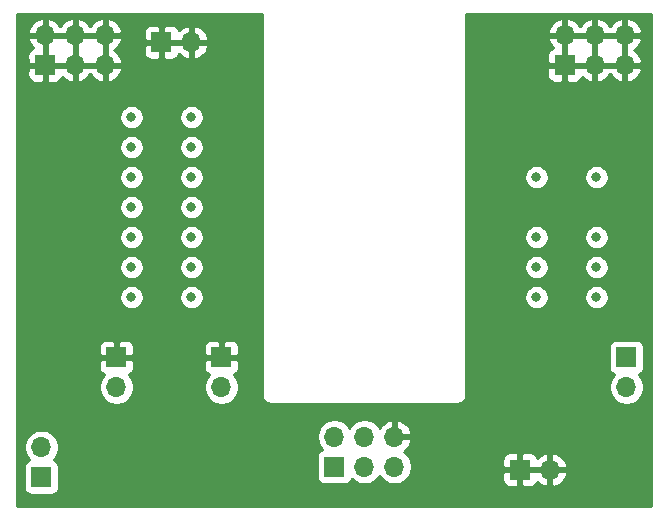
<source format=gbl>
G04 #@! TF.GenerationSoftware,KiCad,Pcbnew,5.1.5+dfsg1-2build2*
G04 #@! TF.CreationDate,2021-11-26T13:05:08+03:00*
G04 #@! TF.ProjectId,Mezonin,4d657a6f-6e69-46e2-9e6b-696361645f70,rev?*
G04 #@! TF.SameCoordinates,Original*
G04 #@! TF.FileFunction,Copper,L2,Bot*
G04 #@! TF.FilePolarity,Positive*
%FSLAX46Y46*%
G04 Gerber Fmt 4.6, Leading zero omitted, Abs format (unit mm)*
G04 Created by KiCad (PCBNEW 5.1.5+dfsg1-2build2) date 2021-11-26 13:05:08*
%MOMM*%
%LPD*%
G04 APERTURE LIST*
%ADD10O,1.700000X1.700000*%
%ADD11R,1.700000X1.700000*%
%ADD12C,0.800000*%
%ADD13C,0.254000*%
G04 APERTURE END LIST*
D10*
X144846999Y-115110000D03*
X144846999Y-117650000D03*
X142306999Y-115110000D03*
X142306999Y-117650000D03*
X139766999Y-115110000D03*
D11*
X139766999Y-117650000D03*
D10*
X100846999Y-115110000D03*
X100846999Y-117650000D03*
X98306999Y-115110000D03*
X98306999Y-117650000D03*
X95766999Y-115110000D03*
D11*
X95766999Y-117650000D03*
X120266999Y-151650000D03*
D10*
X120266999Y-149110000D03*
X122806999Y-151650000D03*
X122806999Y-149110000D03*
X125346999Y-151650000D03*
X125346999Y-149110000D03*
X95461999Y-150000000D03*
D11*
X95461999Y-152540000D03*
D10*
X101811999Y-144920000D03*
D11*
X101811999Y-142380000D03*
D10*
X110701999Y-144920000D03*
D11*
X110701999Y-142380000D03*
D10*
X144991999Y-144920000D03*
D11*
X144991999Y-142380000D03*
D10*
X108161999Y-115710000D03*
D11*
X105621999Y-115710000D03*
D10*
X138514999Y-151905000D03*
D11*
X135974999Y-151905000D03*
D12*
X97366999Y-146825000D03*
X106256999Y-146825000D03*
X142451999Y-122060000D03*
X137371999Y-122060000D03*
X137371999Y-124600000D03*
X142451999Y-124600000D03*
X137371999Y-129680000D03*
X142451999Y-129680000D03*
X108161999Y-132220000D03*
X103081999Y-132220000D03*
X108161999Y-127140000D03*
X103081999Y-127140000D03*
X103081999Y-129680000D03*
X103081999Y-124600000D03*
X108161999Y-124600000D03*
X108161999Y-129680000D03*
X108161999Y-122060000D03*
X103081999Y-122060000D03*
X142451999Y-132220000D03*
X137371999Y-132220000D03*
X142451999Y-127140000D03*
X137371999Y-127140000D03*
X103081999Y-134760000D03*
X108161999Y-134760000D03*
X142451999Y-137300000D03*
X137371999Y-137300000D03*
X108161999Y-137300000D03*
X103081999Y-137300000D03*
X137371999Y-134760000D03*
X142451999Y-134760000D03*
D13*
G36*
X114106999Y-145617581D02*
G01*
X114103806Y-145650000D01*
X114116549Y-145779383D01*
X114154289Y-145903793D01*
X114215574Y-146018450D01*
X114260732Y-146073475D01*
X114298051Y-146118948D01*
X114398549Y-146201425D01*
X114513206Y-146262710D01*
X114637616Y-146300450D01*
X114766999Y-146313193D01*
X114799418Y-146310000D01*
X130734580Y-146310000D01*
X130766999Y-146313193D01*
X130799418Y-146310000D01*
X130896382Y-146300450D01*
X131020792Y-146262710D01*
X131135449Y-146201425D01*
X131235947Y-146118948D01*
X131318424Y-146018450D01*
X131379709Y-145903793D01*
X131417449Y-145779383D01*
X131430192Y-145650000D01*
X131426999Y-145617581D01*
X131426999Y-141530000D01*
X143503927Y-141530000D01*
X143503927Y-143230000D01*
X143516187Y-143354482D01*
X143552497Y-143474180D01*
X143611462Y-143584494D01*
X143690814Y-143681185D01*
X143787505Y-143760537D01*
X143897819Y-143819502D01*
X143970379Y-143841513D01*
X143838524Y-143973368D01*
X143676009Y-144216589D01*
X143564067Y-144486842D01*
X143506999Y-144773740D01*
X143506999Y-145066260D01*
X143564067Y-145353158D01*
X143676009Y-145623411D01*
X143838524Y-145866632D01*
X144045367Y-146073475D01*
X144288588Y-146235990D01*
X144558841Y-146347932D01*
X144845739Y-146405000D01*
X145138259Y-146405000D01*
X145425157Y-146347932D01*
X145695410Y-146235990D01*
X145938631Y-146073475D01*
X146145474Y-145866632D01*
X146307989Y-145623411D01*
X146419931Y-145353158D01*
X146476999Y-145066260D01*
X146476999Y-144773740D01*
X146419931Y-144486842D01*
X146307989Y-144216589D01*
X146145474Y-143973368D01*
X146013619Y-143841513D01*
X146086179Y-143819502D01*
X146196493Y-143760537D01*
X146293184Y-143681185D01*
X146372536Y-143584494D01*
X146431501Y-143474180D01*
X146467811Y-143354482D01*
X146480071Y-143230000D01*
X146480071Y-141530000D01*
X146467811Y-141405518D01*
X146431501Y-141285820D01*
X146372536Y-141175506D01*
X146293184Y-141078815D01*
X146196493Y-140999463D01*
X146086179Y-140940498D01*
X145966481Y-140904188D01*
X145841999Y-140891928D01*
X144141999Y-140891928D01*
X144017517Y-140904188D01*
X143897819Y-140940498D01*
X143787505Y-140999463D01*
X143690814Y-141078815D01*
X143611462Y-141175506D01*
X143552497Y-141285820D01*
X143516187Y-141405518D01*
X143503927Y-141530000D01*
X131426999Y-141530000D01*
X131426999Y-137198061D01*
X136336999Y-137198061D01*
X136336999Y-137401939D01*
X136376773Y-137601898D01*
X136454794Y-137790256D01*
X136568062Y-137959774D01*
X136712225Y-138103937D01*
X136881743Y-138217205D01*
X137070101Y-138295226D01*
X137270060Y-138335000D01*
X137473938Y-138335000D01*
X137673897Y-138295226D01*
X137862255Y-138217205D01*
X138031773Y-138103937D01*
X138175936Y-137959774D01*
X138289204Y-137790256D01*
X138367225Y-137601898D01*
X138406999Y-137401939D01*
X138406999Y-137198061D01*
X141416999Y-137198061D01*
X141416999Y-137401939D01*
X141456773Y-137601898D01*
X141534794Y-137790256D01*
X141648062Y-137959774D01*
X141792225Y-138103937D01*
X141961743Y-138217205D01*
X142150101Y-138295226D01*
X142350060Y-138335000D01*
X142553938Y-138335000D01*
X142753897Y-138295226D01*
X142942255Y-138217205D01*
X143111773Y-138103937D01*
X143255936Y-137959774D01*
X143369204Y-137790256D01*
X143447225Y-137601898D01*
X143486999Y-137401939D01*
X143486999Y-137198061D01*
X143447225Y-136998102D01*
X143369204Y-136809744D01*
X143255936Y-136640226D01*
X143111773Y-136496063D01*
X142942255Y-136382795D01*
X142753897Y-136304774D01*
X142553938Y-136265000D01*
X142350060Y-136265000D01*
X142150101Y-136304774D01*
X141961743Y-136382795D01*
X141792225Y-136496063D01*
X141648062Y-136640226D01*
X141534794Y-136809744D01*
X141456773Y-136998102D01*
X141416999Y-137198061D01*
X138406999Y-137198061D01*
X138367225Y-136998102D01*
X138289204Y-136809744D01*
X138175936Y-136640226D01*
X138031773Y-136496063D01*
X137862255Y-136382795D01*
X137673897Y-136304774D01*
X137473938Y-136265000D01*
X137270060Y-136265000D01*
X137070101Y-136304774D01*
X136881743Y-136382795D01*
X136712225Y-136496063D01*
X136568062Y-136640226D01*
X136454794Y-136809744D01*
X136376773Y-136998102D01*
X136336999Y-137198061D01*
X131426999Y-137198061D01*
X131426999Y-134658061D01*
X136336999Y-134658061D01*
X136336999Y-134861939D01*
X136376773Y-135061898D01*
X136454794Y-135250256D01*
X136568062Y-135419774D01*
X136712225Y-135563937D01*
X136881743Y-135677205D01*
X137070101Y-135755226D01*
X137270060Y-135795000D01*
X137473938Y-135795000D01*
X137673897Y-135755226D01*
X137862255Y-135677205D01*
X138031773Y-135563937D01*
X138175936Y-135419774D01*
X138289204Y-135250256D01*
X138367225Y-135061898D01*
X138406999Y-134861939D01*
X138406999Y-134658061D01*
X141416999Y-134658061D01*
X141416999Y-134861939D01*
X141456773Y-135061898D01*
X141534794Y-135250256D01*
X141648062Y-135419774D01*
X141792225Y-135563937D01*
X141961743Y-135677205D01*
X142150101Y-135755226D01*
X142350060Y-135795000D01*
X142553938Y-135795000D01*
X142753897Y-135755226D01*
X142942255Y-135677205D01*
X143111773Y-135563937D01*
X143255936Y-135419774D01*
X143369204Y-135250256D01*
X143447225Y-135061898D01*
X143486999Y-134861939D01*
X143486999Y-134658061D01*
X143447225Y-134458102D01*
X143369204Y-134269744D01*
X143255936Y-134100226D01*
X143111773Y-133956063D01*
X142942255Y-133842795D01*
X142753897Y-133764774D01*
X142553938Y-133725000D01*
X142350060Y-133725000D01*
X142150101Y-133764774D01*
X141961743Y-133842795D01*
X141792225Y-133956063D01*
X141648062Y-134100226D01*
X141534794Y-134269744D01*
X141456773Y-134458102D01*
X141416999Y-134658061D01*
X138406999Y-134658061D01*
X138367225Y-134458102D01*
X138289204Y-134269744D01*
X138175936Y-134100226D01*
X138031773Y-133956063D01*
X137862255Y-133842795D01*
X137673897Y-133764774D01*
X137473938Y-133725000D01*
X137270060Y-133725000D01*
X137070101Y-133764774D01*
X136881743Y-133842795D01*
X136712225Y-133956063D01*
X136568062Y-134100226D01*
X136454794Y-134269744D01*
X136376773Y-134458102D01*
X136336999Y-134658061D01*
X131426999Y-134658061D01*
X131426999Y-132118061D01*
X136336999Y-132118061D01*
X136336999Y-132321939D01*
X136376773Y-132521898D01*
X136454794Y-132710256D01*
X136568062Y-132879774D01*
X136712225Y-133023937D01*
X136881743Y-133137205D01*
X137070101Y-133215226D01*
X137270060Y-133255000D01*
X137473938Y-133255000D01*
X137673897Y-133215226D01*
X137862255Y-133137205D01*
X138031773Y-133023937D01*
X138175936Y-132879774D01*
X138289204Y-132710256D01*
X138367225Y-132521898D01*
X138406999Y-132321939D01*
X138406999Y-132118061D01*
X141416999Y-132118061D01*
X141416999Y-132321939D01*
X141456773Y-132521898D01*
X141534794Y-132710256D01*
X141648062Y-132879774D01*
X141792225Y-133023937D01*
X141961743Y-133137205D01*
X142150101Y-133215226D01*
X142350060Y-133255000D01*
X142553938Y-133255000D01*
X142753897Y-133215226D01*
X142942255Y-133137205D01*
X143111773Y-133023937D01*
X143255936Y-132879774D01*
X143369204Y-132710256D01*
X143447225Y-132521898D01*
X143486999Y-132321939D01*
X143486999Y-132118061D01*
X143447225Y-131918102D01*
X143369204Y-131729744D01*
X143255936Y-131560226D01*
X143111773Y-131416063D01*
X142942255Y-131302795D01*
X142753897Y-131224774D01*
X142553938Y-131185000D01*
X142350060Y-131185000D01*
X142150101Y-131224774D01*
X141961743Y-131302795D01*
X141792225Y-131416063D01*
X141648062Y-131560226D01*
X141534794Y-131729744D01*
X141456773Y-131918102D01*
X141416999Y-132118061D01*
X138406999Y-132118061D01*
X138367225Y-131918102D01*
X138289204Y-131729744D01*
X138175936Y-131560226D01*
X138031773Y-131416063D01*
X137862255Y-131302795D01*
X137673897Y-131224774D01*
X137473938Y-131185000D01*
X137270060Y-131185000D01*
X137070101Y-131224774D01*
X136881743Y-131302795D01*
X136712225Y-131416063D01*
X136568062Y-131560226D01*
X136454794Y-131729744D01*
X136376773Y-131918102D01*
X136336999Y-132118061D01*
X131426999Y-132118061D01*
X131426999Y-127038061D01*
X136336999Y-127038061D01*
X136336999Y-127241939D01*
X136376773Y-127441898D01*
X136454794Y-127630256D01*
X136568062Y-127799774D01*
X136712225Y-127943937D01*
X136881743Y-128057205D01*
X137070101Y-128135226D01*
X137270060Y-128175000D01*
X137473938Y-128175000D01*
X137673897Y-128135226D01*
X137862255Y-128057205D01*
X138031773Y-127943937D01*
X138175936Y-127799774D01*
X138289204Y-127630256D01*
X138367225Y-127441898D01*
X138406999Y-127241939D01*
X138406999Y-127038061D01*
X141416999Y-127038061D01*
X141416999Y-127241939D01*
X141456773Y-127441898D01*
X141534794Y-127630256D01*
X141648062Y-127799774D01*
X141792225Y-127943937D01*
X141961743Y-128057205D01*
X142150101Y-128135226D01*
X142350060Y-128175000D01*
X142553938Y-128175000D01*
X142753897Y-128135226D01*
X142942255Y-128057205D01*
X143111773Y-127943937D01*
X143255936Y-127799774D01*
X143369204Y-127630256D01*
X143447225Y-127441898D01*
X143486999Y-127241939D01*
X143486999Y-127038061D01*
X143447225Y-126838102D01*
X143369204Y-126649744D01*
X143255936Y-126480226D01*
X143111773Y-126336063D01*
X142942255Y-126222795D01*
X142753897Y-126144774D01*
X142553938Y-126105000D01*
X142350060Y-126105000D01*
X142150101Y-126144774D01*
X141961743Y-126222795D01*
X141792225Y-126336063D01*
X141648062Y-126480226D01*
X141534794Y-126649744D01*
X141456773Y-126838102D01*
X141416999Y-127038061D01*
X138406999Y-127038061D01*
X138367225Y-126838102D01*
X138289204Y-126649744D01*
X138175936Y-126480226D01*
X138031773Y-126336063D01*
X137862255Y-126222795D01*
X137673897Y-126144774D01*
X137473938Y-126105000D01*
X137270060Y-126105000D01*
X137070101Y-126144774D01*
X136881743Y-126222795D01*
X136712225Y-126336063D01*
X136568062Y-126480226D01*
X136454794Y-126649744D01*
X136376773Y-126838102D01*
X136336999Y-127038061D01*
X131426999Y-127038061D01*
X131426999Y-118500000D01*
X138278927Y-118500000D01*
X138291187Y-118624482D01*
X138327497Y-118744180D01*
X138386462Y-118854494D01*
X138465814Y-118951185D01*
X138562505Y-119030537D01*
X138672819Y-119089502D01*
X138792517Y-119125812D01*
X138916999Y-119138072D01*
X139481249Y-119135000D01*
X139639999Y-118976250D01*
X139639999Y-117777000D01*
X139893999Y-117777000D01*
X139893999Y-118976250D01*
X140052749Y-119135000D01*
X140616999Y-119138072D01*
X140741481Y-119125812D01*
X140861179Y-119089502D01*
X140971493Y-119030537D01*
X141068184Y-118951185D01*
X141147536Y-118854494D01*
X141206501Y-118744180D01*
X141230965Y-118663534D01*
X141306730Y-118747588D01*
X141540079Y-118921641D01*
X141802900Y-119046825D01*
X141950109Y-119091476D01*
X142179999Y-118970155D01*
X142179999Y-117777000D01*
X142433999Y-117777000D01*
X142433999Y-118970155D01*
X142663889Y-119091476D01*
X142811098Y-119046825D01*
X143073919Y-118921641D01*
X143307268Y-118747588D01*
X143502177Y-118531355D01*
X143576999Y-118405745D01*
X143651821Y-118531355D01*
X143846730Y-118747588D01*
X144080079Y-118921641D01*
X144342900Y-119046825D01*
X144490109Y-119091476D01*
X144719999Y-118970155D01*
X144719999Y-117777000D01*
X144973999Y-117777000D01*
X144973999Y-118970155D01*
X145203889Y-119091476D01*
X145351098Y-119046825D01*
X145613919Y-118921641D01*
X145847268Y-118747588D01*
X146042177Y-118531355D01*
X146191156Y-118281252D01*
X146288480Y-118006891D01*
X146167813Y-117777000D01*
X144973999Y-117777000D01*
X144719999Y-117777000D01*
X142433999Y-117777000D01*
X142179999Y-117777000D01*
X139893999Y-117777000D01*
X139639999Y-117777000D01*
X138440749Y-117777000D01*
X138281999Y-117935750D01*
X138278927Y-118500000D01*
X131426999Y-118500000D01*
X131426999Y-116800000D01*
X138278927Y-116800000D01*
X138281999Y-117364250D01*
X138440749Y-117523000D01*
X139639999Y-117523000D01*
X139639999Y-115237000D01*
X139893999Y-115237000D01*
X139893999Y-117523000D01*
X142179999Y-117523000D01*
X142179999Y-115237000D01*
X142433999Y-115237000D01*
X142433999Y-117523000D01*
X144719999Y-117523000D01*
X144719999Y-115237000D01*
X144973999Y-115237000D01*
X144973999Y-117523000D01*
X146167813Y-117523000D01*
X146288480Y-117293109D01*
X146191156Y-117018748D01*
X146042177Y-116768645D01*
X145847268Y-116552412D01*
X145616119Y-116380000D01*
X145847268Y-116207588D01*
X146042177Y-115991355D01*
X146191156Y-115741252D01*
X146288480Y-115466891D01*
X146167813Y-115237000D01*
X144973999Y-115237000D01*
X144719999Y-115237000D01*
X142433999Y-115237000D01*
X142179999Y-115237000D01*
X139893999Y-115237000D01*
X139639999Y-115237000D01*
X138446185Y-115237000D01*
X138325518Y-115466891D01*
X138422842Y-115741252D01*
X138571821Y-115991355D01*
X138748625Y-116187502D01*
X138672819Y-116210498D01*
X138562505Y-116269463D01*
X138465814Y-116348815D01*
X138386462Y-116445506D01*
X138327497Y-116555820D01*
X138291187Y-116675518D01*
X138278927Y-116800000D01*
X131426999Y-116800000D01*
X131426999Y-114753109D01*
X138325518Y-114753109D01*
X138446185Y-114983000D01*
X139639999Y-114983000D01*
X139639999Y-113789845D01*
X139893999Y-113789845D01*
X139893999Y-114983000D01*
X142179999Y-114983000D01*
X142179999Y-113789845D01*
X142433999Y-113789845D01*
X142433999Y-114983000D01*
X144719999Y-114983000D01*
X144719999Y-113789845D01*
X144973999Y-113789845D01*
X144973999Y-114983000D01*
X146167813Y-114983000D01*
X146288480Y-114753109D01*
X146191156Y-114478748D01*
X146042177Y-114228645D01*
X145847268Y-114012412D01*
X145613919Y-113838359D01*
X145351098Y-113713175D01*
X145203889Y-113668524D01*
X144973999Y-113789845D01*
X144719999Y-113789845D01*
X144490109Y-113668524D01*
X144342900Y-113713175D01*
X144080079Y-113838359D01*
X143846730Y-114012412D01*
X143651821Y-114228645D01*
X143576999Y-114354255D01*
X143502177Y-114228645D01*
X143307268Y-114012412D01*
X143073919Y-113838359D01*
X142811098Y-113713175D01*
X142663889Y-113668524D01*
X142433999Y-113789845D01*
X142179999Y-113789845D01*
X141950109Y-113668524D01*
X141802900Y-113713175D01*
X141540079Y-113838359D01*
X141306730Y-114012412D01*
X141111821Y-114228645D01*
X141036999Y-114354255D01*
X140962177Y-114228645D01*
X140767268Y-114012412D01*
X140533919Y-113838359D01*
X140271098Y-113713175D01*
X140123889Y-113668524D01*
X139893999Y-113789845D01*
X139639999Y-113789845D01*
X139410109Y-113668524D01*
X139262900Y-113713175D01*
X139000079Y-113838359D01*
X138766730Y-114012412D01*
X138571821Y-114228645D01*
X138422842Y-114478748D01*
X138325518Y-114753109D01*
X131426999Y-114753109D01*
X131426999Y-113310000D01*
X147107000Y-113310000D01*
X147106999Y-154990000D01*
X93426999Y-154990000D01*
X93426999Y-151690000D01*
X93973927Y-151690000D01*
X93973927Y-153390000D01*
X93986187Y-153514482D01*
X94022497Y-153634180D01*
X94081462Y-153744494D01*
X94160814Y-153841185D01*
X94257505Y-153920537D01*
X94367819Y-153979502D01*
X94487517Y-154015812D01*
X94611999Y-154028072D01*
X96311999Y-154028072D01*
X96436481Y-154015812D01*
X96556179Y-153979502D01*
X96666493Y-153920537D01*
X96763184Y-153841185D01*
X96842536Y-153744494D01*
X96901501Y-153634180D01*
X96937811Y-153514482D01*
X96950071Y-153390000D01*
X96950071Y-151690000D01*
X96937811Y-151565518D01*
X96901501Y-151445820D01*
X96842536Y-151335506D01*
X96763184Y-151238815D01*
X96666493Y-151159463D01*
X96556179Y-151100498D01*
X96483619Y-151078487D01*
X96615474Y-150946632D01*
X96713450Y-150800000D01*
X118778927Y-150800000D01*
X118778927Y-152500000D01*
X118791187Y-152624482D01*
X118827497Y-152744180D01*
X118886462Y-152854494D01*
X118965814Y-152951185D01*
X119062505Y-153030537D01*
X119172819Y-153089502D01*
X119292517Y-153125812D01*
X119416999Y-153138072D01*
X121116999Y-153138072D01*
X121241481Y-153125812D01*
X121361179Y-153089502D01*
X121471493Y-153030537D01*
X121568184Y-152951185D01*
X121647536Y-152854494D01*
X121706501Y-152744180D01*
X121728512Y-152671620D01*
X121860367Y-152803475D01*
X122103588Y-152965990D01*
X122373841Y-153077932D01*
X122660739Y-153135000D01*
X122953259Y-153135000D01*
X123240157Y-153077932D01*
X123510410Y-152965990D01*
X123753631Y-152803475D01*
X123960474Y-152596632D01*
X124076999Y-152422240D01*
X124193524Y-152596632D01*
X124400367Y-152803475D01*
X124643588Y-152965990D01*
X124913841Y-153077932D01*
X125200739Y-153135000D01*
X125493259Y-153135000D01*
X125780157Y-153077932D01*
X126050410Y-152965990D01*
X126293631Y-152803475D01*
X126342106Y-152755000D01*
X134486927Y-152755000D01*
X134499187Y-152879482D01*
X134535497Y-152999180D01*
X134594462Y-153109494D01*
X134673814Y-153206185D01*
X134770505Y-153285537D01*
X134880819Y-153344502D01*
X135000517Y-153380812D01*
X135124999Y-153393072D01*
X135689249Y-153390000D01*
X135847999Y-153231250D01*
X135847999Y-152032000D01*
X136101999Y-152032000D01*
X136101999Y-153231250D01*
X136260749Y-153390000D01*
X136824999Y-153393072D01*
X136949481Y-153380812D01*
X137069179Y-153344502D01*
X137179493Y-153285537D01*
X137276184Y-153206185D01*
X137355536Y-153109494D01*
X137414501Y-152999180D01*
X137438965Y-152918534D01*
X137514730Y-153002588D01*
X137748079Y-153176641D01*
X138010900Y-153301825D01*
X138158109Y-153346476D01*
X138387999Y-153225155D01*
X138387999Y-152032000D01*
X138641999Y-152032000D01*
X138641999Y-153225155D01*
X138871889Y-153346476D01*
X139019098Y-153301825D01*
X139281919Y-153176641D01*
X139515268Y-153002588D01*
X139710177Y-152786355D01*
X139859156Y-152536252D01*
X139956480Y-152261891D01*
X139835813Y-152032000D01*
X138641999Y-152032000D01*
X138387999Y-152032000D01*
X136101999Y-152032000D01*
X135847999Y-152032000D01*
X134648749Y-152032000D01*
X134489999Y-152190750D01*
X134486927Y-152755000D01*
X126342106Y-152755000D01*
X126500474Y-152596632D01*
X126662989Y-152353411D01*
X126774931Y-152083158D01*
X126831999Y-151796260D01*
X126831999Y-151503740D01*
X126774931Y-151216842D01*
X126707895Y-151055000D01*
X134486927Y-151055000D01*
X134489999Y-151619250D01*
X134648749Y-151778000D01*
X135847999Y-151778000D01*
X135847999Y-150578750D01*
X136101999Y-150578750D01*
X136101999Y-151778000D01*
X138387999Y-151778000D01*
X138387999Y-150584845D01*
X138641999Y-150584845D01*
X138641999Y-151778000D01*
X139835813Y-151778000D01*
X139956480Y-151548109D01*
X139859156Y-151273748D01*
X139710177Y-151023645D01*
X139515268Y-150807412D01*
X139281919Y-150633359D01*
X139019098Y-150508175D01*
X138871889Y-150463524D01*
X138641999Y-150584845D01*
X138387999Y-150584845D01*
X138158109Y-150463524D01*
X138010900Y-150508175D01*
X137748079Y-150633359D01*
X137514730Y-150807412D01*
X137438965Y-150891466D01*
X137414501Y-150810820D01*
X137355536Y-150700506D01*
X137276184Y-150603815D01*
X137179493Y-150524463D01*
X137069179Y-150465498D01*
X136949481Y-150429188D01*
X136824999Y-150416928D01*
X136260749Y-150420000D01*
X136101999Y-150578750D01*
X135847999Y-150578750D01*
X135689249Y-150420000D01*
X135124999Y-150416928D01*
X135000517Y-150429188D01*
X134880819Y-150465498D01*
X134770505Y-150524463D01*
X134673814Y-150603815D01*
X134594462Y-150700506D01*
X134535497Y-150810820D01*
X134499187Y-150930518D01*
X134486927Y-151055000D01*
X126707895Y-151055000D01*
X126662989Y-150946589D01*
X126500474Y-150703368D01*
X126293631Y-150496525D01*
X126117593Y-150378900D01*
X126347268Y-150207588D01*
X126542177Y-149991355D01*
X126691156Y-149741252D01*
X126788480Y-149466891D01*
X126667813Y-149237000D01*
X125473999Y-149237000D01*
X125473999Y-149257000D01*
X125219999Y-149257000D01*
X125219999Y-149237000D01*
X125199999Y-149237000D01*
X125199999Y-148983000D01*
X125219999Y-148983000D01*
X125219999Y-147789845D01*
X125473999Y-147789845D01*
X125473999Y-148983000D01*
X126667813Y-148983000D01*
X126788480Y-148753109D01*
X126691156Y-148478748D01*
X126542177Y-148228645D01*
X126347268Y-148012412D01*
X126113919Y-147838359D01*
X125851098Y-147713175D01*
X125703889Y-147668524D01*
X125473999Y-147789845D01*
X125219999Y-147789845D01*
X124990109Y-147668524D01*
X124842900Y-147713175D01*
X124580079Y-147838359D01*
X124346730Y-148012412D01*
X124151821Y-148228645D01*
X124082194Y-148345534D01*
X123960474Y-148163368D01*
X123753631Y-147956525D01*
X123510410Y-147794010D01*
X123240157Y-147682068D01*
X122953259Y-147625000D01*
X122660739Y-147625000D01*
X122373841Y-147682068D01*
X122103588Y-147794010D01*
X121860367Y-147956525D01*
X121653524Y-148163368D01*
X121536999Y-148337760D01*
X121420474Y-148163368D01*
X121213631Y-147956525D01*
X120970410Y-147794010D01*
X120700157Y-147682068D01*
X120413259Y-147625000D01*
X120120739Y-147625000D01*
X119833841Y-147682068D01*
X119563588Y-147794010D01*
X119320367Y-147956525D01*
X119113524Y-148163368D01*
X118951009Y-148406589D01*
X118839067Y-148676842D01*
X118781999Y-148963740D01*
X118781999Y-149256260D01*
X118839067Y-149543158D01*
X118951009Y-149813411D01*
X119113524Y-150056632D01*
X119245379Y-150188487D01*
X119172819Y-150210498D01*
X119062505Y-150269463D01*
X118965814Y-150348815D01*
X118886462Y-150445506D01*
X118827497Y-150555820D01*
X118791187Y-150675518D01*
X118778927Y-150800000D01*
X96713450Y-150800000D01*
X96777989Y-150703411D01*
X96889931Y-150433158D01*
X96946999Y-150146260D01*
X96946999Y-149853740D01*
X96889931Y-149566842D01*
X96777989Y-149296589D01*
X96615474Y-149053368D01*
X96408631Y-148846525D01*
X96165410Y-148684010D01*
X95895157Y-148572068D01*
X95608259Y-148515000D01*
X95315739Y-148515000D01*
X95028841Y-148572068D01*
X94758588Y-148684010D01*
X94515367Y-148846525D01*
X94308524Y-149053368D01*
X94146009Y-149296589D01*
X94034067Y-149566842D01*
X93976999Y-149853740D01*
X93976999Y-150146260D01*
X94034067Y-150433158D01*
X94146009Y-150703411D01*
X94308524Y-150946632D01*
X94440379Y-151078487D01*
X94367819Y-151100498D01*
X94257505Y-151159463D01*
X94160814Y-151238815D01*
X94081462Y-151335506D01*
X94022497Y-151445820D01*
X93986187Y-151565518D01*
X93973927Y-151690000D01*
X93426999Y-151690000D01*
X93426999Y-143230000D01*
X100323927Y-143230000D01*
X100336187Y-143354482D01*
X100372497Y-143474180D01*
X100431462Y-143584494D01*
X100510814Y-143681185D01*
X100607505Y-143760537D01*
X100717819Y-143819502D01*
X100790379Y-143841513D01*
X100658524Y-143973368D01*
X100496009Y-144216589D01*
X100384067Y-144486842D01*
X100326999Y-144773740D01*
X100326999Y-145066260D01*
X100384067Y-145353158D01*
X100496009Y-145623411D01*
X100658524Y-145866632D01*
X100865367Y-146073475D01*
X101108588Y-146235990D01*
X101378841Y-146347932D01*
X101665739Y-146405000D01*
X101958259Y-146405000D01*
X102245157Y-146347932D01*
X102515410Y-146235990D01*
X102758631Y-146073475D01*
X102965474Y-145866632D01*
X103127989Y-145623411D01*
X103239931Y-145353158D01*
X103296999Y-145066260D01*
X103296999Y-144773740D01*
X103239931Y-144486842D01*
X103127989Y-144216589D01*
X102965474Y-143973368D01*
X102833619Y-143841513D01*
X102906179Y-143819502D01*
X103016493Y-143760537D01*
X103113184Y-143681185D01*
X103192536Y-143584494D01*
X103251501Y-143474180D01*
X103287811Y-143354482D01*
X103300071Y-143230000D01*
X109213927Y-143230000D01*
X109226187Y-143354482D01*
X109262497Y-143474180D01*
X109321462Y-143584494D01*
X109400814Y-143681185D01*
X109497505Y-143760537D01*
X109607819Y-143819502D01*
X109680379Y-143841513D01*
X109548524Y-143973368D01*
X109386009Y-144216589D01*
X109274067Y-144486842D01*
X109216999Y-144773740D01*
X109216999Y-145066260D01*
X109274067Y-145353158D01*
X109386009Y-145623411D01*
X109548524Y-145866632D01*
X109755367Y-146073475D01*
X109998588Y-146235990D01*
X110268841Y-146347932D01*
X110555739Y-146405000D01*
X110848259Y-146405000D01*
X111135157Y-146347932D01*
X111405410Y-146235990D01*
X111648631Y-146073475D01*
X111855474Y-145866632D01*
X112017989Y-145623411D01*
X112129931Y-145353158D01*
X112186999Y-145066260D01*
X112186999Y-144773740D01*
X112129931Y-144486842D01*
X112017989Y-144216589D01*
X111855474Y-143973368D01*
X111723619Y-143841513D01*
X111796179Y-143819502D01*
X111906493Y-143760537D01*
X112003184Y-143681185D01*
X112082536Y-143584494D01*
X112141501Y-143474180D01*
X112177811Y-143354482D01*
X112190071Y-143230000D01*
X112186999Y-142665750D01*
X112028249Y-142507000D01*
X110828999Y-142507000D01*
X110828999Y-142527000D01*
X110574999Y-142527000D01*
X110574999Y-142507000D01*
X109375749Y-142507000D01*
X109216999Y-142665750D01*
X109213927Y-143230000D01*
X103300071Y-143230000D01*
X103296999Y-142665750D01*
X103138249Y-142507000D01*
X101938999Y-142507000D01*
X101938999Y-142527000D01*
X101684999Y-142527000D01*
X101684999Y-142507000D01*
X100485749Y-142507000D01*
X100326999Y-142665750D01*
X100323927Y-143230000D01*
X93426999Y-143230000D01*
X93426999Y-141530000D01*
X100323927Y-141530000D01*
X100326999Y-142094250D01*
X100485749Y-142253000D01*
X101684999Y-142253000D01*
X101684999Y-141053750D01*
X101938999Y-141053750D01*
X101938999Y-142253000D01*
X103138249Y-142253000D01*
X103296999Y-142094250D01*
X103300071Y-141530000D01*
X109213927Y-141530000D01*
X109216999Y-142094250D01*
X109375749Y-142253000D01*
X110574999Y-142253000D01*
X110574999Y-141053750D01*
X110828999Y-141053750D01*
X110828999Y-142253000D01*
X112028249Y-142253000D01*
X112186999Y-142094250D01*
X112190071Y-141530000D01*
X112177811Y-141405518D01*
X112141501Y-141285820D01*
X112082536Y-141175506D01*
X112003184Y-141078815D01*
X111906493Y-140999463D01*
X111796179Y-140940498D01*
X111676481Y-140904188D01*
X111551999Y-140891928D01*
X110987749Y-140895000D01*
X110828999Y-141053750D01*
X110574999Y-141053750D01*
X110416249Y-140895000D01*
X109851999Y-140891928D01*
X109727517Y-140904188D01*
X109607819Y-140940498D01*
X109497505Y-140999463D01*
X109400814Y-141078815D01*
X109321462Y-141175506D01*
X109262497Y-141285820D01*
X109226187Y-141405518D01*
X109213927Y-141530000D01*
X103300071Y-141530000D01*
X103287811Y-141405518D01*
X103251501Y-141285820D01*
X103192536Y-141175506D01*
X103113184Y-141078815D01*
X103016493Y-140999463D01*
X102906179Y-140940498D01*
X102786481Y-140904188D01*
X102661999Y-140891928D01*
X102097749Y-140895000D01*
X101938999Y-141053750D01*
X101684999Y-141053750D01*
X101526249Y-140895000D01*
X100961999Y-140891928D01*
X100837517Y-140904188D01*
X100717819Y-140940498D01*
X100607505Y-140999463D01*
X100510814Y-141078815D01*
X100431462Y-141175506D01*
X100372497Y-141285820D01*
X100336187Y-141405518D01*
X100323927Y-141530000D01*
X93426999Y-141530000D01*
X93426999Y-137198061D01*
X102046999Y-137198061D01*
X102046999Y-137401939D01*
X102086773Y-137601898D01*
X102164794Y-137790256D01*
X102278062Y-137959774D01*
X102422225Y-138103937D01*
X102591743Y-138217205D01*
X102780101Y-138295226D01*
X102980060Y-138335000D01*
X103183938Y-138335000D01*
X103383897Y-138295226D01*
X103572255Y-138217205D01*
X103741773Y-138103937D01*
X103885936Y-137959774D01*
X103999204Y-137790256D01*
X104077225Y-137601898D01*
X104116999Y-137401939D01*
X104116999Y-137198061D01*
X107126999Y-137198061D01*
X107126999Y-137401939D01*
X107166773Y-137601898D01*
X107244794Y-137790256D01*
X107358062Y-137959774D01*
X107502225Y-138103937D01*
X107671743Y-138217205D01*
X107860101Y-138295226D01*
X108060060Y-138335000D01*
X108263938Y-138335000D01*
X108463897Y-138295226D01*
X108652255Y-138217205D01*
X108821773Y-138103937D01*
X108965936Y-137959774D01*
X109079204Y-137790256D01*
X109157225Y-137601898D01*
X109196999Y-137401939D01*
X109196999Y-137198061D01*
X109157225Y-136998102D01*
X109079204Y-136809744D01*
X108965936Y-136640226D01*
X108821773Y-136496063D01*
X108652255Y-136382795D01*
X108463897Y-136304774D01*
X108263938Y-136265000D01*
X108060060Y-136265000D01*
X107860101Y-136304774D01*
X107671743Y-136382795D01*
X107502225Y-136496063D01*
X107358062Y-136640226D01*
X107244794Y-136809744D01*
X107166773Y-136998102D01*
X107126999Y-137198061D01*
X104116999Y-137198061D01*
X104077225Y-136998102D01*
X103999204Y-136809744D01*
X103885936Y-136640226D01*
X103741773Y-136496063D01*
X103572255Y-136382795D01*
X103383897Y-136304774D01*
X103183938Y-136265000D01*
X102980060Y-136265000D01*
X102780101Y-136304774D01*
X102591743Y-136382795D01*
X102422225Y-136496063D01*
X102278062Y-136640226D01*
X102164794Y-136809744D01*
X102086773Y-136998102D01*
X102046999Y-137198061D01*
X93426999Y-137198061D01*
X93426999Y-134658061D01*
X102046999Y-134658061D01*
X102046999Y-134861939D01*
X102086773Y-135061898D01*
X102164794Y-135250256D01*
X102278062Y-135419774D01*
X102422225Y-135563937D01*
X102591743Y-135677205D01*
X102780101Y-135755226D01*
X102980060Y-135795000D01*
X103183938Y-135795000D01*
X103383897Y-135755226D01*
X103572255Y-135677205D01*
X103741773Y-135563937D01*
X103885936Y-135419774D01*
X103999204Y-135250256D01*
X104077225Y-135061898D01*
X104116999Y-134861939D01*
X104116999Y-134658061D01*
X107126999Y-134658061D01*
X107126999Y-134861939D01*
X107166773Y-135061898D01*
X107244794Y-135250256D01*
X107358062Y-135419774D01*
X107502225Y-135563937D01*
X107671743Y-135677205D01*
X107860101Y-135755226D01*
X108060060Y-135795000D01*
X108263938Y-135795000D01*
X108463897Y-135755226D01*
X108652255Y-135677205D01*
X108821773Y-135563937D01*
X108965936Y-135419774D01*
X109079204Y-135250256D01*
X109157225Y-135061898D01*
X109196999Y-134861939D01*
X109196999Y-134658061D01*
X109157225Y-134458102D01*
X109079204Y-134269744D01*
X108965936Y-134100226D01*
X108821773Y-133956063D01*
X108652255Y-133842795D01*
X108463897Y-133764774D01*
X108263938Y-133725000D01*
X108060060Y-133725000D01*
X107860101Y-133764774D01*
X107671743Y-133842795D01*
X107502225Y-133956063D01*
X107358062Y-134100226D01*
X107244794Y-134269744D01*
X107166773Y-134458102D01*
X107126999Y-134658061D01*
X104116999Y-134658061D01*
X104077225Y-134458102D01*
X103999204Y-134269744D01*
X103885936Y-134100226D01*
X103741773Y-133956063D01*
X103572255Y-133842795D01*
X103383897Y-133764774D01*
X103183938Y-133725000D01*
X102980060Y-133725000D01*
X102780101Y-133764774D01*
X102591743Y-133842795D01*
X102422225Y-133956063D01*
X102278062Y-134100226D01*
X102164794Y-134269744D01*
X102086773Y-134458102D01*
X102046999Y-134658061D01*
X93426999Y-134658061D01*
X93426999Y-132118061D01*
X102046999Y-132118061D01*
X102046999Y-132321939D01*
X102086773Y-132521898D01*
X102164794Y-132710256D01*
X102278062Y-132879774D01*
X102422225Y-133023937D01*
X102591743Y-133137205D01*
X102780101Y-133215226D01*
X102980060Y-133255000D01*
X103183938Y-133255000D01*
X103383897Y-133215226D01*
X103572255Y-133137205D01*
X103741773Y-133023937D01*
X103885936Y-132879774D01*
X103999204Y-132710256D01*
X104077225Y-132521898D01*
X104116999Y-132321939D01*
X104116999Y-132118061D01*
X107126999Y-132118061D01*
X107126999Y-132321939D01*
X107166773Y-132521898D01*
X107244794Y-132710256D01*
X107358062Y-132879774D01*
X107502225Y-133023937D01*
X107671743Y-133137205D01*
X107860101Y-133215226D01*
X108060060Y-133255000D01*
X108263938Y-133255000D01*
X108463897Y-133215226D01*
X108652255Y-133137205D01*
X108821773Y-133023937D01*
X108965936Y-132879774D01*
X109079204Y-132710256D01*
X109157225Y-132521898D01*
X109196999Y-132321939D01*
X109196999Y-132118061D01*
X109157225Y-131918102D01*
X109079204Y-131729744D01*
X108965936Y-131560226D01*
X108821773Y-131416063D01*
X108652255Y-131302795D01*
X108463897Y-131224774D01*
X108263938Y-131185000D01*
X108060060Y-131185000D01*
X107860101Y-131224774D01*
X107671743Y-131302795D01*
X107502225Y-131416063D01*
X107358062Y-131560226D01*
X107244794Y-131729744D01*
X107166773Y-131918102D01*
X107126999Y-132118061D01*
X104116999Y-132118061D01*
X104077225Y-131918102D01*
X103999204Y-131729744D01*
X103885936Y-131560226D01*
X103741773Y-131416063D01*
X103572255Y-131302795D01*
X103383897Y-131224774D01*
X103183938Y-131185000D01*
X102980060Y-131185000D01*
X102780101Y-131224774D01*
X102591743Y-131302795D01*
X102422225Y-131416063D01*
X102278062Y-131560226D01*
X102164794Y-131729744D01*
X102086773Y-131918102D01*
X102046999Y-132118061D01*
X93426999Y-132118061D01*
X93426999Y-129578061D01*
X102046999Y-129578061D01*
X102046999Y-129781939D01*
X102086773Y-129981898D01*
X102164794Y-130170256D01*
X102278062Y-130339774D01*
X102422225Y-130483937D01*
X102591743Y-130597205D01*
X102780101Y-130675226D01*
X102980060Y-130715000D01*
X103183938Y-130715000D01*
X103383897Y-130675226D01*
X103572255Y-130597205D01*
X103741773Y-130483937D01*
X103885936Y-130339774D01*
X103999204Y-130170256D01*
X104077225Y-129981898D01*
X104116999Y-129781939D01*
X104116999Y-129578061D01*
X107126999Y-129578061D01*
X107126999Y-129781939D01*
X107166773Y-129981898D01*
X107244794Y-130170256D01*
X107358062Y-130339774D01*
X107502225Y-130483937D01*
X107671743Y-130597205D01*
X107860101Y-130675226D01*
X108060060Y-130715000D01*
X108263938Y-130715000D01*
X108463897Y-130675226D01*
X108652255Y-130597205D01*
X108821773Y-130483937D01*
X108965936Y-130339774D01*
X109079204Y-130170256D01*
X109157225Y-129981898D01*
X109196999Y-129781939D01*
X109196999Y-129578061D01*
X109157225Y-129378102D01*
X109079204Y-129189744D01*
X108965936Y-129020226D01*
X108821773Y-128876063D01*
X108652255Y-128762795D01*
X108463897Y-128684774D01*
X108263938Y-128645000D01*
X108060060Y-128645000D01*
X107860101Y-128684774D01*
X107671743Y-128762795D01*
X107502225Y-128876063D01*
X107358062Y-129020226D01*
X107244794Y-129189744D01*
X107166773Y-129378102D01*
X107126999Y-129578061D01*
X104116999Y-129578061D01*
X104077225Y-129378102D01*
X103999204Y-129189744D01*
X103885936Y-129020226D01*
X103741773Y-128876063D01*
X103572255Y-128762795D01*
X103383897Y-128684774D01*
X103183938Y-128645000D01*
X102980060Y-128645000D01*
X102780101Y-128684774D01*
X102591743Y-128762795D01*
X102422225Y-128876063D01*
X102278062Y-129020226D01*
X102164794Y-129189744D01*
X102086773Y-129378102D01*
X102046999Y-129578061D01*
X93426999Y-129578061D01*
X93426999Y-127038061D01*
X102046999Y-127038061D01*
X102046999Y-127241939D01*
X102086773Y-127441898D01*
X102164794Y-127630256D01*
X102278062Y-127799774D01*
X102422225Y-127943937D01*
X102591743Y-128057205D01*
X102780101Y-128135226D01*
X102980060Y-128175000D01*
X103183938Y-128175000D01*
X103383897Y-128135226D01*
X103572255Y-128057205D01*
X103741773Y-127943937D01*
X103885936Y-127799774D01*
X103999204Y-127630256D01*
X104077225Y-127441898D01*
X104116999Y-127241939D01*
X104116999Y-127038061D01*
X107126999Y-127038061D01*
X107126999Y-127241939D01*
X107166773Y-127441898D01*
X107244794Y-127630256D01*
X107358062Y-127799774D01*
X107502225Y-127943937D01*
X107671743Y-128057205D01*
X107860101Y-128135226D01*
X108060060Y-128175000D01*
X108263938Y-128175000D01*
X108463897Y-128135226D01*
X108652255Y-128057205D01*
X108821773Y-127943937D01*
X108965936Y-127799774D01*
X109079204Y-127630256D01*
X109157225Y-127441898D01*
X109196999Y-127241939D01*
X109196999Y-127038061D01*
X109157225Y-126838102D01*
X109079204Y-126649744D01*
X108965936Y-126480226D01*
X108821773Y-126336063D01*
X108652255Y-126222795D01*
X108463897Y-126144774D01*
X108263938Y-126105000D01*
X108060060Y-126105000D01*
X107860101Y-126144774D01*
X107671743Y-126222795D01*
X107502225Y-126336063D01*
X107358062Y-126480226D01*
X107244794Y-126649744D01*
X107166773Y-126838102D01*
X107126999Y-127038061D01*
X104116999Y-127038061D01*
X104077225Y-126838102D01*
X103999204Y-126649744D01*
X103885936Y-126480226D01*
X103741773Y-126336063D01*
X103572255Y-126222795D01*
X103383897Y-126144774D01*
X103183938Y-126105000D01*
X102980060Y-126105000D01*
X102780101Y-126144774D01*
X102591743Y-126222795D01*
X102422225Y-126336063D01*
X102278062Y-126480226D01*
X102164794Y-126649744D01*
X102086773Y-126838102D01*
X102046999Y-127038061D01*
X93426999Y-127038061D01*
X93426999Y-124498061D01*
X102046999Y-124498061D01*
X102046999Y-124701939D01*
X102086773Y-124901898D01*
X102164794Y-125090256D01*
X102278062Y-125259774D01*
X102422225Y-125403937D01*
X102591743Y-125517205D01*
X102780101Y-125595226D01*
X102980060Y-125635000D01*
X103183938Y-125635000D01*
X103383897Y-125595226D01*
X103572255Y-125517205D01*
X103741773Y-125403937D01*
X103885936Y-125259774D01*
X103999204Y-125090256D01*
X104077225Y-124901898D01*
X104116999Y-124701939D01*
X104116999Y-124498061D01*
X107126999Y-124498061D01*
X107126999Y-124701939D01*
X107166773Y-124901898D01*
X107244794Y-125090256D01*
X107358062Y-125259774D01*
X107502225Y-125403937D01*
X107671743Y-125517205D01*
X107860101Y-125595226D01*
X108060060Y-125635000D01*
X108263938Y-125635000D01*
X108463897Y-125595226D01*
X108652255Y-125517205D01*
X108821773Y-125403937D01*
X108965936Y-125259774D01*
X109079204Y-125090256D01*
X109157225Y-124901898D01*
X109196999Y-124701939D01*
X109196999Y-124498061D01*
X109157225Y-124298102D01*
X109079204Y-124109744D01*
X108965936Y-123940226D01*
X108821773Y-123796063D01*
X108652255Y-123682795D01*
X108463897Y-123604774D01*
X108263938Y-123565000D01*
X108060060Y-123565000D01*
X107860101Y-123604774D01*
X107671743Y-123682795D01*
X107502225Y-123796063D01*
X107358062Y-123940226D01*
X107244794Y-124109744D01*
X107166773Y-124298102D01*
X107126999Y-124498061D01*
X104116999Y-124498061D01*
X104077225Y-124298102D01*
X103999204Y-124109744D01*
X103885936Y-123940226D01*
X103741773Y-123796063D01*
X103572255Y-123682795D01*
X103383897Y-123604774D01*
X103183938Y-123565000D01*
X102980060Y-123565000D01*
X102780101Y-123604774D01*
X102591743Y-123682795D01*
X102422225Y-123796063D01*
X102278062Y-123940226D01*
X102164794Y-124109744D01*
X102086773Y-124298102D01*
X102046999Y-124498061D01*
X93426999Y-124498061D01*
X93426999Y-121958061D01*
X102046999Y-121958061D01*
X102046999Y-122161939D01*
X102086773Y-122361898D01*
X102164794Y-122550256D01*
X102278062Y-122719774D01*
X102422225Y-122863937D01*
X102591743Y-122977205D01*
X102780101Y-123055226D01*
X102980060Y-123095000D01*
X103183938Y-123095000D01*
X103383897Y-123055226D01*
X103572255Y-122977205D01*
X103741773Y-122863937D01*
X103885936Y-122719774D01*
X103999204Y-122550256D01*
X104077225Y-122361898D01*
X104116999Y-122161939D01*
X104116999Y-121958061D01*
X107126999Y-121958061D01*
X107126999Y-122161939D01*
X107166773Y-122361898D01*
X107244794Y-122550256D01*
X107358062Y-122719774D01*
X107502225Y-122863937D01*
X107671743Y-122977205D01*
X107860101Y-123055226D01*
X108060060Y-123095000D01*
X108263938Y-123095000D01*
X108463897Y-123055226D01*
X108652255Y-122977205D01*
X108821773Y-122863937D01*
X108965936Y-122719774D01*
X109079204Y-122550256D01*
X109157225Y-122361898D01*
X109196999Y-122161939D01*
X109196999Y-121958061D01*
X109157225Y-121758102D01*
X109079204Y-121569744D01*
X108965936Y-121400226D01*
X108821773Y-121256063D01*
X108652255Y-121142795D01*
X108463897Y-121064774D01*
X108263938Y-121025000D01*
X108060060Y-121025000D01*
X107860101Y-121064774D01*
X107671743Y-121142795D01*
X107502225Y-121256063D01*
X107358062Y-121400226D01*
X107244794Y-121569744D01*
X107166773Y-121758102D01*
X107126999Y-121958061D01*
X104116999Y-121958061D01*
X104077225Y-121758102D01*
X103999204Y-121569744D01*
X103885936Y-121400226D01*
X103741773Y-121256063D01*
X103572255Y-121142795D01*
X103383897Y-121064774D01*
X103183938Y-121025000D01*
X102980060Y-121025000D01*
X102780101Y-121064774D01*
X102591743Y-121142795D01*
X102422225Y-121256063D01*
X102278062Y-121400226D01*
X102164794Y-121569744D01*
X102086773Y-121758102D01*
X102046999Y-121958061D01*
X93426999Y-121958061D01*
X93426999Y-118500000D01*
X94278927Y-118500000D01*
X94291187Y-118624482D01*
X94327497Y-118744180D01*
X94386462Y-118854494D01*
X94465814Y-118951185D01*
X94562505Y-119030537D01*
X94672819Y-119089502D01*
X94792517Y-119125812D01*
X94916999Y-119138072D01*
X95481249Y-119135000D01*
X95639999Y-118976250D01*
X95639999Y-117777000D01*
X95893999Y-117777000D01*
X95893999Y-118976250D01*
X96052749Y-119135000D01*
X96616999Y-119138072D01*
X96741481Y-119125812D01*
X96861179Y-119089502D01*
X96971493Y-119030537D01*
X97068184Y-118951185D01*
X97147536Y-118854494D01*
X97206501Y-118744180D01*
X97230965Y-118663534D01*
X97306730Y-118747588D01*
X97540079Y-118921641D01*
X97802900Y-119046825D01*
X97950109Y-119091476D01*
X98179999Y-118970155D01*
X98179999Y-117777000D01*
X98433999Y-117777000D01*
X98433999Y-118970155D01*
X98663889Y-119091476D01*
X98811098Y-119046825D01*
X99073919Y-118921641D01*
X99307268Y-118747588D01*
X99502177Y-118531355D01*
X99576999Y-118405745D01*
X99651821Y-118531355D01*
X99846730Y-118747588D01*
X100080079Y-118921641D01*
X100342900Y-119046825D01*
X100490109Y-119091476D01*
X100719999Y-118970155D01*
X100719999Y-117777000D01*
X100973999Y-117777000D01*
X100973999Y-118970155D01*
X101203889Y-119091476D01*
X101351098Y-119046825D01*
X101613919Y-118921641D01*
X101847268Y-118747588D01*
X102042177Y-118531355D01*
X102191156Y-118281252D01*
X102288480Y-118006891D01*
X102167813Y-117777000D01*
X100973999Y-117777000D01*
X100719999Y-117777000D01*
X98433999Y-117777000D01*
X98179999Y-117777000D01*
X95893999Y-117777000D01*
X95639999Y-117777000D01*
X94440749Y-117777000D01*
X94281999Y-117935750D01*
X94278927Y-118500000D01*
X93426999Y-118500000D01*
X93426999Y-116800000D01*
X94278927Y-116800000D01*
X94281999Y-117364250D01*
X94440749Y-117523000D01*
X95639999Y-117523000D01*
X95639999Y-115237000D01*
X95893999Y-115237000D01*
X95893999Y-117523000D01*
X98179999Y-117523000D01*
X98179999Y-115237000D01*
X98433999Y-115237000D01*
X98433999Y-117523000D01*
X100719999Y-117523000D01*
X100719999Y-115237000D01*
X100973999Y-115237000D01*
X100973999Y-117523000D01*
X102167813Y-117523000D01*
X102288480Y-117293109D01*
X102191156Y-117018748D01*
X102042177Y-116768645D01*
X101854108Y-116560000D01*
X104133927Y-116560000D01*
X104146187Y-116684482D01*
X104182497Y-116804180D01*
X104241462Y-116914494D01*
X104320814Y-117011185D01*
X104417505Y-117090537D01*
X104527819Y-117149502D01*
X104647517Y-117185812D01*
X104771999Y-117198072D01*
X105336249Y-117195000D01*
X105494999Y-117036250D01*
X105494999Y-115837000D01*
X105748999Y-115837000D01*
X105748999Y-117036250D01*
X105907749Y-117195000D01*
X106471999Y-117198072D01*
X106596481Y-117185812D01*
X106716179Y-117149502D01*
X106826493Y-117090537D01*
X106923184Y-117011185D01*
X107002536Y-116914494D01*
X107061501Y-116804180D01*
X107085965Y-116723534D01*
X107161730Y-116807588D01*
X107395079Y-116981641D01*
X107657900Y-117106825D01*
X107805109Y-117151476D01*
X108034999Y-117030155D01*
X108034999Y-115837000D01*
X108288999Y-115837000D01*
X108288999Y-117030155D01*
X108518889Y-117151476D01*
X108666098Y-117106825D01*
X108928919Y-116981641D01*
X109162268Y-116807588D01*
X109357177Y-116591355D01*
X109506156Y-116341252D01*
X109603480Y-116066891D01*
X109482813Y-115837000D01*
X108288999Y-115837000D01*
X108034999Y-115837000D01*
X105748999Y-115837000D01*
X105494999Y-115837000D01*
X104295749Y-115837000D01*
X104136999Y-115995750D01*
X104133927Y-116560000D01*
X101854108Y-116560000D01*
X101847268Y-116552412D01*
X101616119Y-116380000D01*
X101847268Y-116207588D01*
X102042177Y-115991355D01*
X102191156Y-115741252D01*
X102288480Y-115466891D01*
X102167813Y-115237000D01*
X100973999Y-115237000D01*
X100719999Y-115237000D01*
X98433999Y-115237000D01*
X98179999Y-115237000D01*
X95893999Y-115237000D01*
X95639999Y-115237000D01*
X94446185Y-115237000D01*
X94325518Y-115466891D01*
X94422842Y-115741252D01*
X94571821Y-115991355D01*
X94748625Y-116187502D01*
X94672819Y-116210498D01*
X94562505Y-116269463D01*
X94465814Y-116348815D01*
X94386462Y-116445506D01*
X94327497Y-116555820D01*
X94291187Y-116675518D01*
X94278927Y-116800000D01*
X93426999Y-116800000D01*
X93426999Y-114753109D01*
X94325518Y-114753109D01*
X94446185Y-114983000D01*
X95639999Y-114983000D01*
X95639999Y-113789845D01*
X95893999Y-113789845D01*
X95893999Y-114983000D01*
X98179999Y-114983000D01*
X98179999Y-113789845D01*
X98433999Y-113789845D01*
X98433999Y-114983000D01*
X100719999Y-114983000D01*
X100719999Y-113789845D01*
X100973999Y-113789845D01*
X100973999Y-114983000D01*
X102167813Y-114983000D01*
X102232374Y-114860000D01*
X104133927Y-114860000D01*
X104136999Y-115424250D01*
X104295749Y-115583000D01*
X105494999Y-115583000D01*
X105494999Y-114383750D01*
X105748999Y-114383750D01*
X105748999Y-115583000D01*
X108034999Y-115583000D01*
X108034999Y-114389845D01*
X108288999Y-114389845D01*
X108288999Y-115583000D01*
X109482813Y-115583000D01*
X109603480Y-115353109D01*
X109506156Y-115078748D01*
X109357177Y-114828645D01*
X109162268Y-114612412D01*
X108928919Y-114438359D01*
X108666098Y-114313175D01*
X108518889Y-114268524D01*
X108288999Y-114389845D01*
X108034999Y-114389845D01*
X107805109Y-114268524D01*
X107657900Y-114313175D01*
X107395079Y-114438359D01*
X107161730Y-114612412D01*
X107085965Y-114696466D01*
X107061501Y-114615820D01*
X107002536Y-114505506D01*
X106923184Y-114408815D01*
X106826493Y-114329463D01*
X106716179Y-114270498D01*
X106596481Y-114234188D01*
X106471999Y-114221928D01*
X105907749Y-114225000D01*
X105748999Y-114383750D01*
X105494999Y-114383750D01*
X105336249Y-114225000D01*
X104771999Y-114221928D01*
X104647517Y-114234188D01*
X104527819Y-114270498D01*
X104417505Y-114329463D01*
X104320814Y-114408815D01*
X104241462Y-114505506D01*
X104182497Y-114615820D01*
X104146187Y-114735518D01*
X104133927Y-114860000D01*
X102232374Y-114860000D01*
X102288480Y-114753109D01*
X102191156Y-114478748D01*
X102042177Y-114228645D01*
X101847268Y-114012412D01*
X101613919Y-113838359D01*
X101351098Y-113713175D01*
X101203889Y-113668524D01*
X100973999Y-113789845D01*
X100719999Y-113789845D01*
X100490109Y-113668524D01*
X100342900Y-113713175D01*
X100080079Y-113838359D01*
X99846730Y-114012412D01*
X99651821Y-114228645D01*
X99576999Y-114354255D01*
X99502177Y-114228645D01*
X99307268Y-114012412D01*
X99073919Y-113838359D01*
X98811098Y-113713175D01*
X98663889Y-113668524D01*
X98433999Y-113789845D01*
X98179999Y-113789845D01*
X97950109Y-113668524D01*
X97802900Y-113713175D01*
X97540079Y-113838359D01*
X97306730Y-114012412D01*
X97111821Y-114228645D01*
X97036999Y-114354255D01*
X96962177Y-114228645D01*
X96767268Y-114012412D01*
X96533919Y-113838359D01*
X96271098Y-113713175D01*
X96123889Y-113668524D01*
X95893999Y-113789845D01*
X95639999Y-113789845D01*
X95410109Y-113668524D01*
X95262900Y-113713175D01*
X95000079Y-113838359D01*
X94766730Y-114012412D01*
X94571821Y-114228645D01*
X94422842Y-114478748D01*
X94325518Y-114753109D01*
X93426999Y-114753109D01*
X93426999Y-113310000D01*
X114107000Y-113310000D01*
X114106999Y-145617581D01*
G37*
X114106999Y-145617581D02*
X114103806Y-145650000D01*
X114116549Y-145779383D01*
X114154289Y-145903793D01*
X114215574Y-146018450D01*
X114260732Y-146073475D01*
X114298051Y-146118948D01*
X114398549Y-146201425D01*
X114513206Y-146262710D01*
X114637616Y-146300450D01*
X114766999Y-146313193D01*
X114799418Y-146310000D01*
X130734580Y-146310000D01*
X130766999Y-146313193D01*
X130799418Y-146310000D01*
X130896382Y-146300450D01*
X131020792Y-146262710D01*
X131135449Y-146201425D01*
X131235947Y-146118948D01*
X131318424Y-146018450D01*
X131379709Y-145903793D01*
X131417449Y-145779383D01*
X131430192Y-145650000D01*
X131426999Y-145617581D01*
X131426999Y-141530000D01*
X143503927Y-141530000D01*
X143503927Y-143230000D01*
X143516187Y-143354482D01*
X143552497Y-143474180D01*
X143611462Y-143584494D01*
X143690814Y-143681185D01*
X143787505Y-143760537D01*
X143897819Y-143819502D01*
X143970379Y-143841513D01*
X143838524Y-143973368D01*
X143676009Y-144216589D01*
X143564067Y-144486842D01*
X143506999Y-144773740D01*
X143506999Y-145066260D01*
X143564067Y-145353158D01*
X143676009Y-145623411D01*
X143838524Y-145866632D01*
X144045367Y-146073475D01*
X144288588Y-146235990D01*
X144558841Y-146347932D01*
X144845739Y-146405000D01*
X145138259Y-146405000D01*
X145425157Y-146347932D01*
X145695410Y-146235990D01*
X145938631Y-146073475D01*
X146145474Y-145866632D01*
X146307989Y-145623411D01*
X146419931Y-145353158D01*
X146476999Y-145066260D01*
X146476999Y-144773740D01*
X146419931Y-144486842D01*
X146307989Y-144216589D01*
X146145474Y-143973368D01*
X146013619Y-143841513D01*
X146086179Y-143819502D01*
X146196493Y-143760537D01*
X146293184Y-143681185D01*
X146372536Y-143584494D01*
X146431501Y-143474180D01*
X146467811Y-143354482D01*
X146480071Y-143230000D01*
X146480071Y-141530000D01*
X146467811Y-141405518D01*
X146431501Y-141285820D01*
X146372536Y-141175506D01*
X146293184Y-141078815D01*
X146196493Y-140999463D01*
X146086179Y-140940498D01*
X145966481Y-140904188D01*
X145841999Y-140891928D01*
X144141999Y-140891928D01*
X144017517Y-140904188D01*
X143897819Y-140940498D01*
X143787505Y-140999463D01*
X143690814Y-141078815D01*
X143611462Y-141175506D01*
X143552497Y-141285820D01*
X143516187Y-141405518D01*
X143503927Y-141530000D01*
X131426999Y-141530000D01*
X131426999Y-137198061D01*
X136336999Y-137198061D01*
X136336999Y-137401939D01*
X136376773Y-137601898D01*
X136454794Y-137790256D01*
X136568062Y-137959774D01*
X136712225Y-138103937D01*
X136881743Y-138217205D01*
X137070101Y-138295226D01*
X137270060Y-138335000D01*
X137473938Y-138335000D01*
X137673897Y-138295226D01*
X137862255Y-138217205D01*
X138031773Y-138103937D01*
X138175936Y-137959774D01*
X138289204Y-137790256D01*
X138367225Y-137601898D01*
X138406999Y-137401939D01*
X138406999Y-137198061D01*
X141416999Y-137198061D01*
X141416999Y-137401939D01*
X141456773Y-137601898D01*
X141534794Y-137790256D01*
X141648062Y-137959774D01*
X141792225Y-138103937D01*
X141961743Y-138217205D01*
X142150101Y-138295226D01*
X142350060Y-138335000D01*
X142553938Y-138335000D01*
X142753897Y-138295226D01*
X142942255Y-138217205D01*
X143111773Y-138103937D01*
X143255936Y-137959774D01*
X143369204Y-137790256D01*
X143447225Y-137601898D01*
X143486999Y-137401939D01*
X143486999Y-137198061D01*
X143447225Y-136998102D01*
X143369204Y-136809744D01*
X143255936Y-136640226D01*
X143111773Y-136496063D01*
X142942255Y-136382795D01*
X142753897Y-136304774D01*
X142553938Y-136265000D01*
X142350060Y-136265000D01*
X142150101Y-136304774D01*
X141961743Y-136382795D01*
X141792225Y-136496063D01*
X141648062Y-136640226D01*
X141534794Y-136809744D01*
X141456773Y-136998102D01*
X141416999Y-137198061D01*
X138406999Y-137198061D01*
X138367225Y-136998102D01*
X138289204Y-136809744D01*
X138175936Y-136640226D01*
X138031773Y-136496063D01*
X137862255Y-136382795D01*
X137673897Y-136304774D01*
X137473938Y-136265000D01*
X137270060Y-136265000D01*
X137070101Y-136304774D01*
X136881743Y-136382795D01*
X136712225Y-136496063D01*
X136568062Y-136640226D01*
X136454794Y-136809744D01*
X136376773Y-136998102D01*
X136336999Y-137198061D01*
X131426999Y-137198061D01*
X131426999Y-134658061D01*
X136336999Y-134658061D01*
X136336999Y-134861939D01*
X136376773Y-135061898D01*
X136454794Y-135250256D01*
X136568062Y-135419774D01*
X136712225Y-135563937D01*
X136881743Y-135677205D01*
X137070101Y-135755226D01*
X137270060Y-135795000D01*
X137473938Y-135795000D01*
X137673897Y-135755226D01*
X137862255Y-135677205D01*
X138031773Y-135563937D01*
X138175936Y-135419774D01*
X138289204Y-135250256D01*
X138367225Y-135061898D01*
X138406999Y-134861939D01*
X138406999Y-134658061D01*
X141416999Y-134658061D01*
X141416999Y-134861939D01*
X141456773Y-135061898D01*
X141534794Y-135250256D01*
X141648062Y-135419774D01*
X141792225Y-135563937D01*
X141961743Y-135677205D01*
X142150101Y-135755226D01*
X142350060Y-135795000D01*
X142553938Y-135795000D01*
X142753897Y-135755226D01*
X142942255Y-135677205D01*
X143111773Y-135563937D01*
X143255936Y-135419774D01*
X143369204Y-135250256D01*
X143447225Y-135061898D01*
X143486999Y-134861939D01*
X143486999Y-134658061D01*
X143447225Y-134458102D01*
X143369204Y-134269744D01*
X143255936Y-134100226D01*
X143111773Y-133956063D01*
X142942255Y-133842795D01*
X142753897Y-133764774D01*
X142553938Y-133725000D01*
X142350060Y-133725000D01*
X142150101Y-133764774D01*
X141961743Y-133842795D01*
X141792225Y-133956063D01*
X141648062Y-134100226D01*
X141534794Y-134269744D01*
X141456773Y-134458102D01*
X141416999Y-134658061D01*
X138406999Y-134658061D01*
X138367225Y-134458102D01*
X138289204Y-134269744D01*
X138175936Y-134100226D01*
X138031773Y-133956063D01*
X137862255Y-133842795D01*
X137673897Y-133764774D01*
X137473938Y-133725000D01*
X137270060Y-133725000D01*
X137070101Y-133764774D01*
X136881743Y-133842795D01*
X136712225Y-133956063D01*
X136568062Y-134100226D01*
X136454794Y-134269744D01*
X136376773Y-134458102D01*
X136336999Y-134658061D01*
X131426999Y-134658061D01*
X131426999Y-132118061D01*
X136336999Y-132118061D01*
X136336999Y-132321939D01*
X136376773Y-132521898D01*
X136454794Y-132710256D01*
X136568062Y-132879774D01*
X136712225Y-133023937D01*
X136881743Y-133137205D01*
X137070101Y-133215226D01*
X137270060Y-133255000D01*
X137473938Y-133255000D01*
X137673897Y-133215226D01*
X137862255Y-133137205D01*
X138031773Y-133023937D01*
X138175936Y-132879774D01*
X138289204Y-132710256D01*
X138367225Y-132521898D01*
X138406999Y-132321939D01*
X138406999Y-132118061D01*
X141416999Y-132118061D01*
X141416999Y-132321939D01*
X141456773Y-132521898D01*
X141534794Y-132710256D01*
X141648062Y-132879774D01*
X141792225Y-133023937D01*
X141961743Y-133137205D01*
X142150101Y-133215226D01*
X142350060Y-133255000D01*
X142553938Y-133255000D01*
X142753897Y-133215226D01*
X142942255Y-133137205D01*
X143111773Y-133023937D01*
X143255936Y-132879774D01*
X143369204Y-132710256D01*
X143447225Y-132521898D01*
X143486999Y-132321939D01*
X143486999Y-132118061D01*
X143447225Y-131918102D01*
X143369204Y-131729744D01*
X143255936Y-131560226D01*
X143111773Y-131416063D01*
X142942255Y-131302795D01*
X142753897Y-131224774D01*
X142553938Y-131185000D01*
X142350060Y-131185000D01*
X142150101Y-131224774D01*
X141961743Y-131302795D01*
X141792225Y-131416063D01*
X141648062Y-131560226D01*
X141534794Y-131729744D01*
X141456773Y-131918102D01*
X141416999Y-132118061D01*
X138406999Y-132118061D01*
X138367225Y-131918102D01*
X138289204Y-131729744D01*
X138175936Y-131560226D01*
X138031773Y-131416063D01*
X137862255Y-131302795D01*
X137673897Y-131224774D01*
X137473938Y-131185000D01*
X137270060Y-131185000D01*
X137070101Y-131224774D01*
X136881743Y-131302795D01*
X136712225Y-131416063D01*
X136568062Y-131560226D01*
X136454794Y-131729744D01*
X136376773Y-131918102D01*
X136336999Y-132118061D01*
X131426999Y-132118061D01*
X131426999Y-127038061D01*
X136336999Y-127038061D01*
X136336999Y-127241939D01*
X136376773Y-127441898D01*
X136454794Y-127630256D01*
X136568062Y-127799774D01*
X136712225Y-127943937D01*
X136881743Y-128057205D01*
X137070101Y-128135226D01*
X137270060Y-128175000D01*
X137473938Y-128175000D01*
X137673897Y-128135226D01*
X137862255Y-128057205D01*
X138031773Y-127943937D01*
X138175936Y-127799774D01*
X138289204Y-127630256D01*
X138367225Y-127441898D01*
X138406999Y-127241939D01*
X138406999Y-127038061D01*
X141416999Y-127038061D01*
X141416999Y-127241939D01*
X141456773Y-127441898D01*
X141534794Y-127630256D01*
X141648062Y-127799774D01*
X141792225Y-127943937D01*
X141961743Y-128057205D01*
X142150101Y-128135226D01*
X142350060Y-128175000D01*
X142553938Y-128175000D01*
X142753897Y-128135226D01*
X142942255Y-128057205D01*
X143111773Y-127943937D01*
X143255936Y-127799774D01*
X143369204Y-127630256D01*
X143447225Y-127441898D01*
X143486999Y-127241939D01*
X143486999Y-127038061D01*
X143447225Y-126838102D01*
X143369204Y-126649744D01*
X143255936Y-126480226D01*
X143111773Y-126336063D01*
X142942255Y-126222795D01*
X142753897Y-126144774D01*
X142553938Y-126105000D01*
X142350060Y-126105000D01*
X142150101Y-126144774D01*
X141961743Y-126222795D01*
X141792225Y-126336063D01*
X141648062Y-126480226D01*
X141534794Y-126649744D01*
X141456773Y-126838102D01*
X141416999Y-127038061D01*
X138406999Y-127038061D01*
X138367225Y-126838102D01*
X138289204Y-126649744D01*
X138175936Y-126480226D01*
X138031773Y-126336063D01*
X137862255Y-126222795D01*
X137673897Y-126144774D01*
X137473938Y-126105000D01*
X137270060Y-126105000D01*
X137070101Y-126144774D01*
X136881743Y-126222795D01*
X136712225Y-126336063D01*
X136568062Y-126480226D01*
X136454794Y-126649744D01*
X136376773Y-126838102D01*
X136336999Y-127038061D01*
X131426999Y-127038061D01*
X131426999Y-118500000D01*
X138278927Y-118500000D01*
X138291187Y-118624482D01*
X138327497Y-118744180D01*
X138386462Y-118854494D01*
X138465814Y-118951185D01*
X138562505Y-119030537D01*
X138672819Y-119089502D01*
X138792517Y-119125812D01*
X138916999Y-119138072D01*
X139481249Y-119135000D01*
X139639999Y-118976250D01*
X139639999Y-117777000D01*
X139893999Y-117777000D01*
X139893999Y-118976250D01*
X140052749Y-119135000D01*
X140616999Y-119138072D01*
X140741481Y-119125812D01*
X140861179Y-119089502D01*
X140971493Y-119030537D01*
X141068184Y-118951185D01*
X141147536Y-118854494D01*
X141206501Y-118744180D01*
X141230965Y-118663534D01*
X141306730Y-118747588D01*
X141540079Y-118921641D01*
X141802900Y-119046825D01*
X141950109Y-119091476D01*
X142179999Y-118970155D01*
X142179999Y-117777000D01*
X142433999Y-117777000D01*
X142433999Y-118970155D01*
X142663889Y-119091476D01*
X142811098Y-119046825D01*
X143073919Y-118921641D01*
X143307268Y-118747588D01*
X143502177Y-118531355D01*
X143576999Y-118405745D01*
X143651821Y-118531355D01*
X143846730Y-118747588D01*
X144080079Y-118921641D01*
X144342900Y-119046825D01*
X144490109Y-119091476D01*
X144719999Y-118970155D01*
X144719999Y-117777000D01*
X144973999Y-117777000D01*
X144973999Y-118970155D01*
X145203889Y-119091476D01*
X145351098Y-119046825D01*
X145613919Y-118921641D01*
X145847268Y-118747588D01*
X146042177Y-118531355D01*
X146191156Y-118281252D01*
X146288480Y-118006891D01*
X146167813Y-117777000D01*
X144973999Y-117777000D01*
X144719999Y-117777000D01*
X142433999Y-117777000D01*
X142179999Y-117777000D01*
X139893999Y-117777000D01*
X139639999Y-117777000D01*
X138440749Y-117777000D01*
X138281999Y-117935750D01*
X138278927Y-118500000D01*
X131426999Y-118500000D01*
X131426999Y-116800000D01*
X138278927Y-116800000D01*
X138281999Y-117364250D01*
X138440749Y-117523000D01*
X139639999Y-117523000D01*
X139639999Y-115237000D01*
X139893999Y-115237000D01*
X139893999Y-117523000D01*
X142179999Y-117523000D01*
X142179999Y-115237000D01*
X142433999Y-115237000D01*
X142433999Y-117523000D01*
X144719999Y-117523000D01*
X144719999Y-115237000D01*
X144973999Y-115237000D01*
X144973999Y-117523000D01*
X146167813Y-117523000D01*
X146288480Y-117293109D01*
X146191156Y-117018748D01*
X146042177Y-116768645D01*
X145847268Y-116552412D01*
X145616119Y-116380000D01*
X145847268Y-116207588D01*
X146042177Y-115991355D01*
X146191156Y-115741252D01*
X146288480Y-115466891D01*
X146167813Y-115237000D01*
X144973999Y-115237000D01*
X144719999Y-115237000D01*
X142433999Y-115237000D01*
X142179999Y-115237000D01*
X139893999Y-115237000D01*
X139639999Y-115237000D01*
X138446185Y-115237000D01*
X138325518Y-115466891D01*
X138422842Y-115741252D01*
X138571821Y-115991355D01*
X138748625Y-116187502D01*
X138672819Y-116210498D01*
X138562505Y-116269463D01*
X138465814Y-116348815D01*
X138386462Y-116445506D01*
X138327497Y-116555820D01*
X138291187Y-116675518D01*
X138278927Y-116800000D01*
X131426999Y-116800000D01*
X131426999Y-114753109D01*
X138325518Y-114753109D01*
X138446185Y-114983000D01*
X139639999Y-114983000D01*
X139639999Y-113789845D01*
X139893999Y-113789845D01*
X139893999Y-114983000D01*
X142179999Y-114983000D01*
X142179999Y-113789845D01*
X142433999Y-113789845D01*
X142433999Y-114983000D01*
X144719999Y-114983000D01*
X144719999Y-113789845D01*
X144973999Y-113789845D01*
X144973999Y-114983000D01*
X146167813Y-114983000D01*
X146288480Y-114753109D01*
X146191156Y-114478748D01*
X146042177Y-114228645D01*
X145847268Y-114012412D01*
X145613919Y-113838359D01*
X145351098Y-113713175D01*
X145203889Y-113668524D01*
X144973999Y-113789845D01*
X144719999Y-113789845D01*
X144490109Y-113668524D01*
X144342900Y-113713175D01*
X144080079Y-113838359D01*
X143846730Y-114012412D01*
X143651821Y-114228645D01*
X143576999Y-114354255D01*
X143502177Y-114228645D01*
X143307268Y-114012412D01*
X143073919Y-113838359D01*
X142811098Y-113713175D01*
X142663889Y-113668524D01*
X142433999Y-113789845D01*
X142179999Y-113789845D01*
X141950109Y-113668524D01*
X141802900Y-113713175D01*
X141540079Y-113838359D01*
X141306730Y-114012412D01*
X141111821Y-114228645D01*
X141036999Y-114354255D01*
X140962177Y-114228645D01*
X140767268Y-114012412D01*
X140533919Y-113838359D01*
X140271098Y-113713175D01*
X140123889Y-113668524D01*
X139893999Y-113789845D01*
X139639999Y-113789845D01*
X139410109Y-113668524D01*
X139262900Y-113713175D01*
X139000079Y-113838359D01*
X138766730Y-114012412D01*
X138571821Y-114228645D01*
X138422842Y-114478748D01*
X138325518Y-114753109D01*
X131426999Y-114753109D01*
X131426999Y-113310000D01*
X147107000Y-113310000D01*
X147106999Y-154990000D01*
X93426999Y-154990000D01*
X93426999Y-151690000D01*
X93973927Y-151690000D01*
X93973927Y-153390000D01*
X93986187Y-153514482D01*
X94022497Y-153634180D01*
X94081462Y-153744494D01*
X94160814Y-153841185D01*
X94257505Y-153920537D01*
X94367819Y-153979502D01*
X94487517Y-154015812D01*
X94611999Y-154028072D01*
X96311999Y-154028072D01*
X96436481Y-154015812D01*
X96556179Y-153979502D01*
X96666493Y-153920537D01*
X96763184Y-153841185D01*
X96842536Y-153744494D01*
X96901501Y-153634180D01*
X96937811Y-153514482D01*
X96950071Y-153390000D01*
X96950071Y-151690000D01*
X96937811Y-151565518D01*
X96901501Y-151445820D01*
X96842536Y-151335506D01*
X96763184Y-151238815D01*
X96666493Y-151159463D01*
X96556179Y-151100498D01*
X96483619Y-151078487D01*
X96615474Y-150946632D01*
X96713450Y-150800000D01*
X118778927Y-150800000D01*
X118778927Y-152500000D01*
X118791187Y-152624482D01*
X118827497Y-152744180D01*
X118886462Y-152854494D01*
X118965814Y-152951185D01*
X119062505Y-153030537D01*
X119172819Y-153089502D01*
X119292517Y-153125812D01*
X119416999Y-153138072D01*
X121116999Y-153138072D01*
X121241481Y-153125812D01*
X121361179Y-153089502D01*
X121471493Y-153030537D01*
X121568184Y-152951185D01*
X121647536Y-152854494D01*
X121706501Y-152744180D01*
X121728512Y-152671620D01*
X121860367Y-152803475D01*
X122103588Y-152965990D01*
X122373841Y-153077932D01*
X122660739Y-153135000D01*
X122953259Y-153135000D01*
X123240157Y-153077932D01*
X123510410Y-152965990D01*
X123753631Y-152803475D01*
X123960474Y-152596632D01*
X124076999Y-152422240D01*
X124193524Y-152596632D01*
X124400367Y-152803475D01*
X124643588Y-152965990D01*
X124913841Y-153077932D01*
X125200739Y-153135000D01*
X125493259Y-153135000D01*
X125780157Y-153077932D01*
X126050410Y-152965990D01*
X126293631Y-152803475D01*
X126342106Y-152755000D01*
X134486927Y-152755000D01*
X134499187Y-152879482D01*
X134535497Y-152999180D01*
X134594462Y-153109494D01*
X134673814Y-153206185D01*
X134770505Y-153285537D01*
X134880819Y-153344502D01*
X135000517Y-153380812D01*
X135124999Y-153393072D01*
X135689249Y-153390000D01*
X135847999Y-153231250D01*
X135847999Y-152032000D01*
X136101999Y-152032000D01*
X136101999Y-153231250D01*
X136260749Y-153390000D01*
X136824999Y-153393072D01*
X136949481Y-153380812D01*
X137069179Y-153344502D01*
X137179493Y-153285537D01*
X137276184Y-153206185D01*
X137355536Y-153109494D01*
X137414501Y-152999180D01*
X137438965Y-152918534D01*
X137514730Y-153002588D01*
X137748079Y-153176641D01*
X138010900Y-153301825D01*
X138158109Y-153346476D01*
X138387999Y-153225155D01*
X138387999Y-152032000D01*
X138641999Y-152032000D01*
X138641999Y-153225155D01*
X138871889Y-153346476D01*
X139019098Y-153301825D01*
X139281919Y-153176641D01*
X139515268Y-153002588D01*
X139710177Y-152786355D01*
X139859156Y-152536252D01*
X139956480Y-152261891D01*
X139835813Y-152032000D01*
X138641999Y-152032000D01*
X138387999Y-152032000D01*
X136101999Y-152032000D01*
X135847999Y-152032000D01*
X134648749Y-152032000D01*
X134489999Y-152190750D01*
X134486927Y-152755000D01*
X126342106Y-152755000D01*
X126500474Y-152596632D01*
X126662989Y-152353411D01*
X126774931Y-152083158D01*
X126831999Y-151796260D01*
X126831999Y-151503740D01*
X126774931Y-151216842D01*
X126707895Y-151055000D01*
X134486927Y-151055000D01*
X134489999Y-151619250D01*
X134648749Y-151778000D01*
X135847999Y-151778000D01*
X135847999Y-150578750D01*
X136101999Y-150578750D01*
X136101999Y-151778000D01*
X138387999Y-151778000D01*
X138387999Y-150584845D01*
X138641999Y-150584845D01*
X138641999Y-151778000D01*
X139835813Y-151778000D01*
X139956480Y-151548109D01*
X139859156Y-151273748D01*
X139710177Y-151023645D01*
X139515268Y-150807412D01*
X139281919Y-150633359D01*
X139019098Y-150508175D01*
X138871889Y-150463524D01*
X138641999Y-150584845D01*
X138387999Y-150584845D01*
X138158109Y-150463524D01*
X138010900Y-150508175D01*
X137748079Y-150633359D01*
X137514730Y-150807412D01*
X137438965Y-150891466D01*
X137414501Y-150810820D01*
X137355536Y-150700506D01*
X137276184Y-150603815D01*
X137179493Y-150524463D01*
X137069179Y-150465498D01*
X136949481Y-150429188D01*
X136824999Y-150416928D01*
X136260749Y-150420000D01*
X136101999Y-150578750D01*
X135847999Y-150578750D01*
X135689249Y-150420000D01*
X135124999Y-150416928D01*
X135000517Y-150429188D01*
X134880819Y-150465498D01*
X134770505Y-150524463D01*
X134673814Y-150603815D01*
X134594462Y-150700506D01*
X134535497Y-150810820D01*
X134499187Y-150930518D01*
X134486927Y-151055000D01*
X126707895Y-151055000D01*
X126662989Y-150946589D01*
X126500474Y-150703368D01*
X126293631Y-150496525D01*
X126117593Y-150378900D01*
X126347268Y-150207588D01*
X126542177Y-149991355D01*
X126691156Y-149741252D01*
X126788480Y-149466891D01*
X126667813Y-149237000D01*
X125473999Y-149237000D01*
X125473999Y-149257000D01*
X125219999Y-149257000D01*
X125219999Y-149237000D01*
X125199999Y-149237000D01*
X125199999Y-148983000D01*
X125219999Y-148983000D01*
X125219999Y-147789845D01*
X125473999Y-147789845D01*
X125473999Y-148983000D01*
X126667813Y-148983000D01*
X126788480Y-148753109D01*
X126691156Y-148478748D01*
X126542177Y-148228645D01*
X126347268Y-148012412D01*
X126113919Y-147838359D01*
X125851098Y-147713175D01*
X125703889Y-147668524D01*
X125473999Y-147789845D01*
X125219999Y-147789845D01*
X124990109Y-147668524D01*
X124842900Y-147713175D01*
X124580079Y-147838359D01*
X124346730Y-148012412D01*
X124151821Y-148228645D01*
X124082194Y-148345534D01*
X123960474Y-148163368D01*
X123753631Y-147956525D01*
X123510410Y-147794010D01*
X123240157Y-147682068D01*
X122953259Y-147625000D01*
X122660739Y-147625000D01*
X122373841Y-147682068D01*
X122103588Y-147794010D01*
X121860367Y-147956525D01*
X121653524Y-148163368D01*
X121536999Y-148337760D01*
X121420474Y-148163368D01*
X121213631Y-147956525D01*
X120970410Y-147794010D01*
X120700157Y-147682068D01*
X120413259Y-147625000D01*
X120120739Y-147625000D01*
X119833841Y-147682068D01*
X119563588Y-147794010D01*
X119320367Y-147956525D01*
X119113524Y-148163368D01*
X118951009Y-148406589D01*
X118839067Y-148676842D01*
X118781999Y-148963740D01*
X118781999Y-149256260D01*
X118839067Y-149543158D01*
X118951009Y-149813411D01*
X119113524Y-150056632D01*
X119245379Y-150188487D01*
X119172819Y-150210498D01*
X119062505Y-150269463D01*
X118965814Y-150348815D01*
X118886462Y-150445506D01*
X118827497Y-150555820D01*
X118791187Y-150675518D01*
X118778927Y-150800000D01*
X96713450Y-150800000D01*
X96777989Y-150703411D01*
X96889931Y-150433158D01*
X96946999Y-150146260D01*
X96946999Y-149853740D01*
X96889931Y-149566842D01*
X96777989Y-149296589D01*
X96615474Y-149053368D01*
X96408631Y-148846525D01*
X96165410Y-148684010D01*
X95895157Y-148572068D01*
X95608259Y-148515000D01*
X95315739Y-148515000D01*
X95028841Y-148572068D01*
X94758588Y-148684010D01*
X94515367Y-148846525D01*
X94308524Y-149053368D01*
X94146009Y-149296589D01*
X94034067Y-149566842D01*
X93976999Y-149853740D01*
X93976999Y-150146260D01*
X94034067Y-150433158D01*
X94146009Y-150703411D01*
X94308524Y-150946632D01*
X94440379Y-151078487D01*
X94367819Y-151100498D01*
X94257505Y-151159463D01*
X94160814Y-151238815D01*
X94081462Y-151335506D01*
X94022497Y-151445820D01*
X93986187Y-151565518D01*
X93973927Y-151690000D01*
X93426999Y-151690000D01*
X93426999Y-143230000D01*
X100323927Y-143230000D01*
X100336187Y-143354482D01*
X100372497Y-143474180D01*
X100431462Y-143584494D01*
X100510814Y-143681185D01*
X100607505Y-143760537D01*
X100717819Y-143819502D01*
X100790379Y-143841513D01*
X100658524Y-143973368D01*
X100496009Y-144216589D01*
X100384067Y-144486842D01*
X100326999Y-144773740D01*
X100326999Y-145066260D01*
X100384067Y-145353158D01*
X100496009Y-145623411D01*
X100658524Y-145866632D01*
X100865367Y-146073475D01*
X101108588Y-146235990D01*
X101378841Y-146347932D01*
X101665739Y-146405000D01*
X101958259Y-146405000D01*
X102245157Y-146347932D01*
X102515410Y-146235990D01*
X102758631Y-146073475D01*
X102965474Y-145866632D01*
X103127989Y-145623411D01*
X103239931Y-145353158D01*
X103296999Y-145066260D01*
X103296999Y-144773740D01*
X103239931Y-144486842D01*
X103127989Y-144216589D01*
X102965474Y-143973368D01*
X102833619Y-143841513D01*
X102906179Y-143819502D01*
X103016493Y-143760537D01*
X103113184Y-143681185D01*
X103192536Y-143584494D01*
X103251501Y-143474180D01*
X103287811Y-143354482D01*
X103300071Y-143230000D01*
X109213927Y-143230000D01*
X109226187Y-143354482D01*
X109262497Y-143474180D01*
X109321462Y-143584494D01*
X109400814Y-143681185D01*
X109497505Y-143760537D01*
X109607819Y-143819502D01*
X109680379Y-143841513D01*
X109548524Y-143973368D01*
X109386009Y-144216589D01*
X109274067Y-144486842D01*
X109216999Y-144773740D01*
X109216999Y-145066260D01*
X109274067Y-145353158D01*
X109386009Y-145623411D01*
X109548524Y-145866632D01*
X109755367Y-146073475D01*
X109998588Y-146235990D01*
X110268841Y-146347932D01*
X110555739Y-146405000D01*
X110848259Y-146405000D01*
X111135157Y-146347932D01*
X111405410Y-146235990D01*
X111648631Y-146073475D01*
X111855474Y-145866632D01*
X112017989Y-145623411D01*
X112129931Y-145353158D01*
X112186999Y-145066260D01*
X112186999Y-144773740D01*
X112129931Y-144486842D01*
X112017989Y-144216589D01*
X111855474Y-143973368D01*
X111723619Y-143841513D01*
X111796179Y-143819502D01*
X111906493Y-143760537D01*
X112003184Y-143681185D01*
X112082536Y-143584494D01*
X112141501Y-143474180D01*
X112177811Y-143354482D01*
X112190071Y-143230000D01*
X112186999Y-142665750D01*
X112028249Y-142507000D01*
X110828999Y-142507000D01*
X110828999Y-142527000D01*
X110574999Y-142527000D01*
X110574999Y-142507000D01*
X109375749Y-142507000D01*
X109216999Y-142665750D01*
X109213927Y-143230000D01*
X103300071Y-143230000D01*
X103296999Y-142665750D01*
X103138249Y-142507000D01*
X101938999Y-142507000D01*
X101938999Y-142527000D01*
X101684999Y-142527000D01*
X101684999Y-142507000D01*
X100485749Y-142507000D01*
X100326999Y-142665750D01*
X100323927Y-143230000D01*
X93426999Y-143230000D01*
X93426999Y-141530000D01*
X100323927Y-141530000D01*
X100326999Y-142094250D01*
X100485749Y-142253000D01*
X101684999Y-142253000D01*
X101684999Y-141053750D01*
X101938999Y-141053750D01*
X101938999Y-142253000D01*
X103138249Y-142253000D01*
X103296999Y-142094250D01*
X103300071Y-141530000D01*
X109213927Y-141530000D01*
X109216999Y-142094250D01*
X109375749Y-142253000D01*
X110574999Y-142253000D01*
X110574999Y-141053750D01*
X110828999Y-141053750D01*
X110828999Y-142253000D01*
X112028249Y-142253000D01*
X112186999Y-142094250D01*
X112190071Y-141530000D01*
X112177811Y-141405518D01*
X112141501Y-141285820D01*
X112082536Y-141175506D01*
X112003184Y-141078815D01*
X111906493Y-140999463D01*
X111796179Y-140940498D01*
X111676481Y-140904188D01*
X111551999Y-140891928D01*
X110987749Y-140895000D01*
X110828999Y-141053750D01*
X110574999Y-141053750D01*
X110416249Y-140895000D01*
X109851999Y-140891928D01*
X109727517Y-140904188D01*
X109607819Y-140940498D01*
X109497505Y-140999463D01*
X109400814Y-141078815D01*
X109321462Y-141175506D01*
X109262497Y-141285820D01*
X109226187Y-141405518D01*
X109213927Y-141530000D01*
X103300071Y-141530000D01*
X103287811Y-141405518D01*
X103251501Y-141285820D01*
X103192536Y-141175506D01*
X103113184Y-141078815D01*
X103016493Y-140999463D01*
X102906179Y-140940498D01*
X102786481Y-140904188D01*
X102661999Y-140891928D01*
X102097749Y-140895000D01*
X101938999Y-141053750D01*
X101684999Y-141053750D01*
X101526249Y-140895000D01*
X100961999Y-140891928D01*
X100837517Y-140904188D01*
X100717819Y-140940498D01*
X100607505Y-140999463D01*
X100510814Y-141078815D01*
X100431462Y-141175506D01*
X100372497Y-141285820D01*
X100336187Y-141405518D01*
X100323927Y-141530000D01*
X93426999Y-141530000D01*
X93426999Y-137198061D01*
X102046999Y-137198061D01*
X102046999Y-137401939D01*
X102086773Y-137601898D01*
X102164794Y-137790256D01*
X102278062Y-137959774D01*
X102422225Y-138103937D01*
X102591743Y-138217205D01*
X102780101Y-138295226D01*
X102980060Y-138335000D01*
X103183938Y-138335000D01*
X103383897Y-138295226D01*
X103572255Y-138217205D01*
X103741773Y-138103937D01*
X103885936Y-137959774D01*
X103999204Y-137790256D01*
X104077225Y-137601898D01*
X104116999Y-137401939D01*
X104116999Y-137198061D01*
X107126999Y-137198061D01*
X107126999Y-137401939D01*
X107166773Y-137601898D01*
X107244794Y-137790256D01*
X107358062Y-137959774D01*
X107502225Y-138103937D01*
X107671743Y-138217205D01*
X107860101Y-138295226D01*
X108060060Y-138335000D01*
X108263938Y-138335000D01*
X108463897Y-138295226D01*
X108652255Y-138217205D01*
X108821773Y-138103937D01*
X108965936Y-137959774D01*
X109079204Y-137790256D01*
X109157225Y-137601898D01*
X109196999Y-137401939D01*
X109196999Y-137198061D01*
X109157225Y-136998102D01*
X109079204Y-136809744D01*
X108965936Y-136640226D01*
X108821773Y-136496063D01*
X108652255Y-136382795D01*
X108463897Y-136304774D01*
X108263938Y-136265000D01*
X108060060Y-136265000D01*
X107860101Y-136304774D01*
X107671743Y-136382795D01*
X107502225Y-136496063D01*
X107358062Y-136640226D01*
X107244794Y-136809744D01*
X107166773Y-136998102D01*
X107126999Y-137198061D01*
X104116999Y-137198061D01*
X104077225Y-136998102D01*
X103999204Y-136809744D01*
X103885936Y-136640226D01*
X103741773Y-136496063D01*
X103572255Y-136382795D01*
X103383897Y-136304774D01*
X103183938Y-136265000D01*
X102980060Y-136265000D01*
X102780101Y-136304774D01*
X102591743Y-136382795D01*
X102422225Y-136496063D01*
X102278062Y-136640226D01*
X102164794Y-136809744D01*
X102086773Y-136998102D01*
X102046999Y-137198061D01*
X93426999Y-137198061D01*
X93426999Y-134658061D01*
X102046999Y-134658061D01*
X102046999Y-134861939D01*
X102086773Y-135061898D01*
X102164794Y-135250256D01*
X102278062Y-135419774D01*
X102422225Y-135563937D01*
X102591743Y-135677205D01*
X102780101Y-135755226D01*
X102980060Y-135795000D01*
X103183938Y-135795000D01*
X103383897Y-135755226D01*
X103572255Y-135677205D01*
X103741773Y-135563937D01*
X103885936Y-135419774D01*
X103999204Y-135250256D01*
X104077225Y-135061898D01*
X104116999Y-134861939D01*
X104116999Y-134658061D01*
X107126999Y-134658061D01*
X107126999Y-134861939D01*
X107166773Y-135061898D01*
X107244794Y-135250256D01*
X107358062Y-135419774D01*
X107502225Y-135563937D01*
X107671743Y-135677205D01*
X107860101Y-135755226D01*
X108060060Y-135795000D01*
X108263938Y-135795000D01*
X108463897Y-135755226D01*
X108652255Y-135677205D01*
X108821773Y-135563937D01*
X108965936Y-135419774D01*
X109079204Y-135250256D01*
X109157225Y-135061898D01*
X109196999Y-134861939D01*
X109196999Y-134658061D01*
X109157225Y-134458102D01*
X109079204Y-134269744D01*
X108965936Y-134100226D01*
X108821773Y-133956063D01*
X108652255Y-133842795D01*
X108463897Y-133764774D01*
X108263938Y-133725000D01*
X108060060Y-133725000D01*
X107860101Y-133764774D01*
X107671743Y-133842795D01*
X107502225Y-133956063D01*
X107358062Y-134100226D01*
X107244794Y-134269744D01*
X107166773Y-134458102D01*
X107126999Y-134658061D01*
X104116999Y-134658061D01*
X104077225Y-134458102D01*
X103999204Y-134269744D01*
X103885936Y-134100226D01*
X103741773Y-133956063D01*
X103572255Y-133842795D01*
X103383897Y-133764774D01*
X103183938Y-133725000D01*
X102980060Y-133725000D01*
X102780101Y-133764774D01*
X102591743Y-133842795D01*
X102422225Y-133956063D01*
X102278062Y-134100226D01*
X102164794Y-134269744D01*
X102086773Y-134458102D01*
X102046999Y-134658061D01*
X93426999Y-134658061D01*
X93426999Y-132118061D01*
X102046999Y-132118061D01*
X102046999Y-132321939D01*
X102086773Y-132521898D01*
X102164794Y-132710256D01*
X102278062Y-132879774D01*
X102422225Y-133023937D01*
X102591743Y-133137205D01*
X102780101Y-133215226D01*
X102980060Y-133255000D01*
X103183938Y-133255000D01*
X103383897Y-133215226D01*
X103572255Y-133137205D01*
X103741773Y-133023937D01*
X103885936Y-132879774D01*
X103999204Y-132710256D01*
X104077225Y-132521898D01*
X104116999Y-132321939D01*
X104116999Y-132118061D01*
X107126999Y-132118061D01*
X107126999Y-132321939D01*
X107166773Y-132521898D01*
X107244794Y-132710256D01*
X107358062Y-132879774D01*
X107502225Y-133023937D01*
X107671743Y-133137205D01*
X107860101Y-133215226D01*
X108060060Y-133255000D01*
X108263938Y-133255000D01*
X108463897Y-133215226D01*
X108652255Y-133137205D01*
X108821773Y-133023937D01*
X108965936Y-132879774D01*
X109079204Y-132710256D01*
X109157225Y-132521898D01*
X109196999Y-132321939D01*
X109196999Y-132118061D01*
X109157225Y-131918102D01*
X109079204Y-131729744D01*
X108965936Y-131560226D01*
X108821773Y-131416063D01*
X108652255Y-131302795D01*
X108463897Y-131224774D01*
X108263938Y-131185000D01*
X108060060Y-131185000D01*
X107860101Y-131224774D01*
X107671743Y-131302795D01*
X107502225Y-131416063D01*
X107358062Y-131560226D01*
X107244794Y-131729744D01*
X107166773Y-131918102D01*
X107126999Y-132118061D01*
X104116999Y-132118061D01*
X104077225Y-131918102D01*
X103999204Y-131729744D01*
X103885936Y-131560226D01*
X103741773Y-131416063D01*
X103572255Y-131302795D01*
X103383897Y-131224774D01*
X103183938Y-131185000D01*
X102980060Y-131185000D01*
X102780101Y-131224774D01*
X102591743Y-131302795D01*
X102422225Y-131416063D01*
X102278062Y-131560226D01*
X102164794Y-131729744D01*
X102086773Y-131918102D01*
X102046999Y-132118061D01*
X93426999Y-132118061D01*
X93426999Y-129578061D01*
X102046999Y-129578061D01*
X102046999Y-129781939D01*
X102086773Y-129981898D01*
X102164794Y-130170256D01*
X102278062Y-130339774D01*
X102422225Y-130483937D01*
X102591743Y-130597205D01*
X102780101Y-130675226D01*
X102980060Y-130715000D01*
X103183938Y-130715000D01*
X103383897Y-130675226D01*
X103572255Y-130597205D01*
X103741773Y-130483937D01*
X103885936Y-130339774D01*
X103999204Y-130170256D01*
X104077225Y-129981898D01*
X104116999Y-129781939D01*
X104116999Y-129578061D01*
X107126999Y-129578061D01*
X107126999Y-129781939D01*
X107166773Y-129981898D01*
X107244794Y-130170256D01*
X107358062Y-130339774D01*
X107502225Y-130483937D01*
X107671743Y-130597205D01*
X107860101Y-130675226D01*
X108060060Y-130715000D01*
X108263938Y-130715000D01*
X108463897Y-130675226D01*
X108652255Y-130597205D01*
X108821773Y-130483937D01*
X108965936Y-130339774D01*
X109079204Y-130170256D01*
X109157225Y-129981898D01*
X109196999Y-129781939D01*
X109196999Y-129578061D01*
X109157225Y-129378102D01*
X109079204Y-129189744D01*
X108965936Y-129020226D01*
X108821773Y-128876063D01*
X108652255Y-128762795D01*
X108463897Y-128684774D01*
X108263938Y-128645000D01*
X108060060Y-128645000D01*
X107860101Y-128684774D01*
X107671743Y-128762795D01*
X107502225Y-128876063D01*
X107358062Y-129020226D01*
X107244794Y-129189744D01*
X107166773Y-129378102D01*
X107126999Y-129578061D01*
X104116999Y-129578061D01*
X104077225Y-129378102D01*
X103999204Y-129189744D01*
X103885936Y-129020226D01*
X103741773Y-128876063D01*
X103572255Y-128762795D01*
X103383897Y-128684774D01*
X103183938Y-128645000D01*
X102980060Y-128645000D01*
X102780101Y-128684774D01*
X102591743Y-128762795D01*
X102422225Y-128876063D01*
X102278062Y-129020226D01*
X102164794Y-129189744D01*
X102086773Y-129378102D01*
X102046999Y-129578061D01*
X93426999Y-129578061D01*
X93426999Y-127038061D01*
X102046999Y-127038061D01*
X102046999Y-127241939D01*
X102086773Y-127441898D01*
X102164794Y-127630256D01*
X102278062Y-127799774D01*
X102422225Y-127943937D01*
X102591743Y-128057205D01*
X102780101Y-128135226D01*
X102980060Y-128175000D01*
X103183938Y-128175000D01*
X103383897Y-128135226D01*
X103572255Y-128057205D01*
X103741773Y-127943937D01*
X103885936Y-127799774D01*
X103999204Y-127630256D01*
X104077225Y-127441898D01*
X104116999Y-127241939D01*
X104116999Y-127038061D01*
X107126999Y-127038061D01*
X107126999Y-127241939D01*
X107166773Y-127441898D01*
X107244794Y-127630256D01*
X107358062Y-127799774D01*
X107502225Y-127943937D01*
X107671743Y-128057205D01*
X107860101Y-128135226D01*
X108060060Y-128175000D01*
X108263938Y-128175000D01*
X108463897Y-128135226D01*
X108652255Y-128057205D01*
X108821773Y-127943937D01*
X108965936Y-127799774D01*
X109079204Y-127630256D01*
X109157225Y-127441898D01*
X109196999Y-127241939D01*
X109196999Y-127038061D01*
X109157225Y-126838102D01*
X109079204Y-126649744D01*
X108965936Y-126480226D01*
X108821773Y-126336063D01*
X108652255Y-126222795D01*
X108463897Y-126144774D01*
X108263938Y-126105000D01*
X108060060Y-126105000D01*
X107860101Y-126144774D01*
X107671743Y-126222795D01*
X107502225Y-126336063D01*
X107358062Y-126480226D01*
X107244794Y-126649744D01*
X107166773Y-126838102D01*
X107126999Y-127038061D01*
X104116999Y-127038061D01*
X104077225Y-126838102D01*
X103999204Y-126649744D01*
X103885936Y-126480226D01*
X103741773Y-126336063D01*
X103572255Y-126222795D01*
X103383897Y-126144774D01*
X103183938Y-126105000D01*
X102980060Y-126105000D01*
X102780101Y-126144774D01*
X102591743Y-126222795D01*
X102422225Y-126336063D01*
X102278062Y-126480226D01*
X102164794Y-126649744D01*
X102086773Y-126838102D01*
X102046999Y-127038061D01*
X93426999Y-127038061D01*
X93426999Y-124498061D01*
X102046999Y-124498061D01*
X102046999Y-124701939D01*
X102086773Y-124901898D01*
X102164794Y-125090256D01*
X102278062Y-125259774D01*
X102422225Y-125403937D01*
X102591743Y-125517205D01*
X102780101Y-125595226D01*
X102980060Y-125635000D01*
X103183938Y-125635000D01*
X103383897Y-125595226D01*
X103572255Y-125517205D01*
X103741773Y-125403937D01*
X103885936Y-125259774D01*
X103999204Y-125090256D01*
X104077225Y-124901898D01*
X104116999Y-124701939D01*
X104116999Y-124498061D01*
X107126999Y-124498061D01*
X107126999Y-124701939D01*
X107166773Y-124901898D01*
X107244794Y-125090256D01*
X107358062Y-125259774D01*
X107502225Y-125403937D01*
X107671743Y-125517205D01*
X107860101Y-125595226D01*
X108060060Y-125635000D01*
X108263938Y-125635000D01*
X108463897Y-125595226D01*
X108652255Y-125517205D01*
X108821773Y-125403937D01*
X108965936Y-125259774D01*
X109079204Y-125090256D01*
X109157225Y-124901898D01*
X109196999Y-124701939D01*
X109196999Y-124498061D01*
X109157225Y-124298102D01*
X109079204Y-124109744D01*
X108965936Y-123940226D01*
X108821773Y-123796063D01*
X108652255Y-123682795D01*
X108463897Y-123604774D01*
X108263938Y-123565000D01*
X108060060Y-123565000D01*
X107860101Y-123604774D01*
X107671743Y-123682795D01*
X107502225Y-123796063D01*
X107358062Y-123940226D01*
X107244794Y-124109744D01*
X107166773Y-124298102D01*
X107126999Y-124498061D01*
X104116999Y-124498061D01*
X104077225Y-124298102D01*
X103999204Y-124109744D01*
X103885936Y-123940226D01*
X103741773Y-123796063D01*
X103572255Y-123682795D01*
X103383897Y-123604774D01*
X103183938Y-123565000D01*
X102980060Y-123565000D01*
X102780101Y-123604774D01*
X102591743Y-123682795D01*
X102422225Y-123796063D01*
X102278062Y-123940226D01*
X102164794Y-124109744D01*
X102086773Y-124298102D01*
X102046999Y-124498061D01*
X93426999Y-124498061D01*
X93426999Y-121958061D01*
X102046999Y-121958061D01*
X102046999Y-122161939D01*
X102086773Y-122361898D01*
X102164794Y-122550256D01*
X102278062Y-122719774D01*
X102422225Y-122863937D01*
X102591743Y-122977205D01*
X102780101Y-123055226D01*
X102980060Y-123095000D01*
X103183938Y-123095000D01*
X103383897Y-123055226D01*
X103572255Y-122977205D01*
X103741773Y-122863937D01*
X103885936Y-122719774D01*
X103999204Y-122550256D01*
X104077225Y-122361898D01*
X104116999Y-122161939D01*
X104116999Y-121958061D01*
X107126999Y-121958061D01*
X107126999Y-122161939D01*
X107166773Y-122361898D01*
X107244794Y-122550256D01*
X107358062Y-122719774D01*
X107502225Y-122863937D01*
X107671743Y-122977205D01*
X107860101Y-123055226D01*
X108060060Y-123095000D01*
X108263938Y-123095000D01*
X108463897Y-123055226D01*
X108652255Y-122977205D01*
X108821773Y-122863937D01*
X108965936Y-122719774D01*
X109079204Y-122550256D01*
X109157225Y-122361898D01*
X109196999Y-122161939D01*
X109196999Y-121958061D01*
X109157225Y-121758102D01*
X109079204Y-121569744D01*
X108965936Y-121400226D01*
X108821773Y-121256063D01*
X108652255Y-121142795D01*
X108463897Y-121064774D01*
X108263938Y-121025000D01*
X108060060Y-121025000D01*
X107860101Y-121064774D01*
X107671743Y-121142795D01*
X107502225Y-121256063D01*
X107358062Y-121400226D01*
X107244794Y-121569744D01*
X107166773Y-121758102D01*
X107126999Y-121958061D01*
X104116999Y-121958061D01*
X104077225Y-121758102D01*
X103999204Y-121569744D01*
X103885936Y-121400226D01*
X103741773Y-121256063D01*
X103572255Y-121142795D01*
X103383897Y-121064774D01*
X103183938Y-121025000D01*
X102980060Y-121025000D01*
X102780101Y-121064774D01*
X102591743Y-121142795D01*
X102422225Y-121256063D01*
X102278062Y-121400226D01*
X102164794Y-121569744D01*
X102086773Y-121758102D01*
X102046999Y-121958061D01*
X93426999Y-121958061D01*
X93426999Y-118500000D01*
X94278927Y-118500000D01*
X94291187Y-118624482D01*
X94327497Y-118744180D01*
X94386462Y-118854494D01*
X94465814Y-118951185D01*
X94562505Y-119030537D01*
X94672819Y-119089502D01*
X94792517Y-119125812D01*
X94916999Y-119138072D01*
X95481249Y-119135000D01*
X95639999Y-118976250D01*
X95639999Y-117777000D01*
X95893999Y-117777000D01*
X95893999Y-118976250D01*
X96052749Y-119135000D01*
X96616999Y-119138072D01*
X96741481Y-119125812D01*
X96861179Y-119089502D01*
X96971493Y-119030537D01*
X97068184Y-118951185D01*
X97147536Y-118854494D01*
X97206501Y-118744180D01*
X97230965Y-118663534D01*
X97306730Y-118747588D01*
X97540079Y-118921641D01*
X97802900Y-119046825D01*
X97950109Y-119091476D01*
X98179999Y-118970155D01*
X98179999Y-117777000D01*
X98433999Y-117777000D01*
X98433999Y-118970155D01*
X98663889Y-119091476D01*
X98811098Y-119046825D01*
X99073919Y-118921641D01*
X99307268Y-118747588D01*
X99502177Y-118531355D01*
X99576999Y-118405745D01*
X99651821Y-118531355D01*
X99846730Y-118747588D01*
X100080079Y-118921641D01*
X100342900Y-119046825D01*
X100490109Y-119091476D01*
X100719999Y-118970155D01*
X100719999Y-117777000D01*
X100973999Y-117777000D01*
X100973999Y-118970155D01*
X101203889Y-119091476D01*
X101351098Y-119046825D01*
X101613919Y-118921641D01*
X101847268Y-118747588D01*
X102042177Y-118531355D01*
X102191156Y-118281252D01*
X102288480Y-118006891D01*
X102167813Y-117777000D01*
X100973999Y-117777000D01*
X100719999Y-117777000D01*
X98433999Y-117777000D01*
X98179999Y-117777000D01*
X95893999Y-117777000D01*
X95639999Y-117777000D01*
X94440749Y-117777000D01*
X94281999Y-117935750D01*
X94278927Y-118500000D01*
X93426999Y-118500000D01*
X93426999Y-116800000D01*
X94278927Y-116800000D01*
X94281999Y-117364250D01*
X94440749Y-117523000D01*
X95639999Y-117523000D01*
X95639999Y-115237000D01*
X95893999Y-115237000D01*
X95893999Y-117523000D01*
X98179999Y-117523000D01*
X98179999Y-115237000D01*
X98433999Y-115237000D01*
X98433999Y-117523000D01*
X100719999Y-117523000D01*
X100719999Y-115237000D01*
X100973999Y-115237000D01*
X100973999Y-117523000D01*
X102167813Y-117523000D01*
X102288480Y-117293109D01*
X102191156Y-117018748D01*
X102042177Y-116768645D01*
X101854108Y-116560000D01*
X104133927Y-116560000D01*
X104146187Y-116684482D01*
X104182497Y-116804180D01*
X104241462Y-116914494D01*
X104320814Y-117011185D01*
X104417505Y-117090537D01*
X104527819Y-117149502D01*
X104647517Y-117185812D01*
X104771999Y-117198072D01*
X105336249Y-117195000D01*
X105494999Y-117036250D01*
X105494999Y-115837000D01*
X105748999Y-115837000D01*
X105748999Y-117036250D01*
X105907749Y-117195000D01*
X106471999Y-117198072D01*
X106596481Y-117185812D01*
X106716179Y-117149502D01*
X106826493Y-117090537D01*
X106923184Y-117011185D01*
X107002536Y-116914494D01*
X107061501Y-116804180D01*
X107085965Y-116723534D01*
X107161730Y-116807588D01*
X107395079Y-116981641D01*
X107657900Y-117106825D01*
X107805109Y-117151476D01*
X108034999Y-117030155D01*
X108034999Y-115837000D01*
X108288999Y-115837000D01*
X108288999Y-117030155D01*
X108518889Y-117151476D01*
X108666098Y-117106825D01*
X108928919Y-116981641D01*
X109162268Y-116807588D01*
X109357177Y-116591355D01*
X109506156Y-116341252D01*
X109603480Y-116066891D01*
X109482813Y-115837000D01*
X108288999Y-115837000D01*
X108034999Y-115837000D01*
X105748999Y-115837000D01*
X105494999Y-115837000D01*
X104295749Y-115837000D01*
X104136999Y-115995750D01*
X104133927Y-116560000D01*
X101854108Y-116560000D01*
X101847268Y-116552412D01*
X101616119Y-116380000D01*
X101847268Y-116207588D01*
X102042177Y-115991355D01*
X102191156Y-115741252D01*
X102288480Y-115466891D01*
X102167813Y-115237000D01*
X100973999Y-115237000D01*
X100719999Y-115237000D01*
X98433999Y-115237000D01*
X98179999Y-115237000D01*
X95893999Y-115237000D01*
X95639999Y-115237000D01*
X94446185Y-115237000D01*
X94325518Y-115466891D01*
X94422842Y-115741252D01*
X94571821Y-115991355D01*
X94748625Y-116187502D01*
X94672819Y-116210498D01*
X94562505Y-116269463D01*
X94465814Y-116348815D01*
X94386462Y-116445506D01*
X94327497Y-116555820D01*
X94291187Y-116675518D01*
X94278927Y-116800000D01*
X93426999Y-116800000D01*
X93426999Y-114753109D01*
X94325518Y-114753109D01*
X94446185Y-114983000D01*
X95639999Y-114983000D01*
X95639999Y-113789845D01*
X95893999Y-113789845D01*
X95893999Y-114983000D01*
X98179999Y-114983000D01*
X98179999Y-113789845D01*
X98433999Y-113789845D01*
X98433999Y-114983000D01*
X100719999Y-114983000D01*
X100719999Y-113789845D01*
X100973999Y-113789845D01*
X100973999Y-114983000D01*
X102167813Y-114983000D01*
X102232374Y-114860000D01*
X104133927Y-114860000D01*
X104136999Y-115424250D01*
X104295749Y-115583000D01*
X105494999Y-115583000D01*
X105494999Y-114383750D01*
X105748999Y-114383750D01*
X105748999Y-115583000D01*
X108034999Y-115583000D01*
X108034999Y-114389845D01*
X108288999Y-114389845D01*
X108288999Y-115583000D01*
X109482813Y-115583000D01*
X109603480Y-115353109D01*
X109506156Y-115078748D01*
X109357177Y-114828645D01*
X109162268Y-114612412D01*
X108928919Y-114438359D01*
X108666098Y-114313175D01*
X108518889Y-114268524D01*
X108288999Y-114389845D01*
X108034999Y-114389845D01*
X107805109Y-114268524D01*
X107657900Y-114313175D01*
X107395079Y-114438359D01*
X107161730Y-114612412D01*
X107085965Y-114696466D01*
X107061501Y-114615820D01*
X107002536Y-114505506D01*
X106923184Y-114408815D01*
X106826493Y-114329463D01*
X106716179Y-114270498D01*
X106596481Y-114234188D01*
X106471999Y-114221928D01*
X105907749Y-114225000D01*
X105748999Y-114383750D01*
X105494999Y-114383750D01*
X105336249Y-114225000D01*
X104771999Y-114221928D01*
X104647517Y-114234188D01*
X104527819Y-114270498D01*
X104417505Y-114329463D01*
X104320814Y-114408815D01*
X104241462Y-114505506D01*
X104182497Y-114615820D01*
X104146187Y-114735518D01*
X104133927Y-114860000D01*
X102232374Y-114860000D01*
X102288480Y-114753109D01*
X102191156Y-114478748D01*
X102042177Y-114228645D01*
X101847268Y-114012412D01*
X101613919Y-113838359D01*
X101351098Y-113713175D01*
X101203889Y-113668524D01*
X100973999Y-113789845D01*
X100719999Y-113789845D01*
X100490109Y-113668524D01*
X100342900Y-113713175D01*
X100080079Y-113838359D01*
X99846730Y-114012412D01*
X99651821Y-114228645D01*
X99576999Y-114354255D01*
X99502177Y-114228645D01*
X99307268Y-114012412D01*
X99073919Y-113838359D01*
X98811098Y-113713175D01*
X98663889Y-113668524D01*
X98433999Y-113789845D01*
X98179999Y-113789845D01*
X97950109Y-113668524D01*
X97802900Y-113713175D01*
X97540079Y-113838359D01*
X97306730Y-114012412D01*
X97111821Y-114228645D01*
X97036999Y-114354255D01*
X96962177Y-114228645D01*
X96767268Y-114012412D01*
X96533919Y-113838359D01*
X96271098Y-113713175D01*
X96123889Y-113668524D01*
X95893999Y-113789845D01*
X95639999Y-113789845D01*
X95410109Y-113668524D01*
X95262900Y-113713175D01*
X95000079Y-113838359D01*
X94766730Y-114012412D01*
X94571821Y-114228645D01*
X94422842Y-114478748D01*
X94325518Y-114753109D01*
X93426999Y-114753109D01*
X93426999Y-113310000D01*
X114107000Y-113310000D01*
X114106999Y-145617581D01*
M02*

</source>
